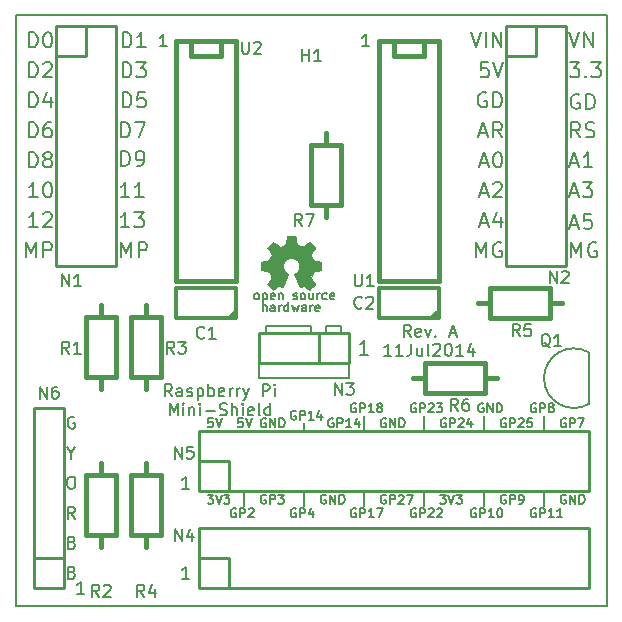
<source format=gto>
%FSLAX34Y34*%
G04 Gerber Fmt 3.4, Leading zero omitted, Abs format*
G04 (created by PCBNEW (2014-jan-25)-product) date Sun 13 Jul 2014 04:36:42 PM PDT*
%MOIN*%
G01*
G70*
G90*
G04 APERTURE LIST*
%ADD10C,0.003937*%
%ADD11C,0.008000*%
%ADD12C,0.006000*%
%ADD13C,0.010000*%
%ADD14C,0.005906*%
%ADD15C,0.015000*%
%ADD16C,0.012000*%
%ADD17C,0.000100*%
G04 APERTURE END LIST*
G54D10*
G54D11*
X37750Y-56500D02*
X37750Y-57000D01*
X39750Y-56500D02*
X39750Y-57000D01*
X41750Y-56500D02*
X41750Y-57000D01*
X43750Y-56500D02*
X43750Y-57000D01*
X45750Y-56500D02*
X45750Y-57000D01*
X47750Y-56500D02*
X47750Y-57000D01*
X47750Y-54500D02*
X47750Y-54000D01*
X45750Y-54500D02*
X45750Y-54000D01*
X43750Y-54500D02*
X43750Y-54000D01*
X41750Y-54500D02*
X41750Y-54000D01*
X39750Y-54500D02*
X39750Y-54250D01*
X32423Y-59930D02*
X32195Y-59930D01*
X32309Y-59930D02*
X32309Y-59530D01*
X32271Y-59588D01*
X32233Y-59626D01*
X32195Y-59645D01*
X43317Y-51366D02*
X43184Y-51176D01*
X43089Y-51366D02*
X43089Y-50966D01*
X43241Y-50966D01*
X43279Y-50985D01*
X43298Y-51004D01*
X43317Y-51043D01*
X43317Y-51100D01*
X43298Y-51138D01*
X43279Y-51157D01*
X43241Y-51176D01*
X43089Y-51176D01*
X43641Y-51347D02*
X43603Y-51366D01*
X43527Y-51366D01*
X43489Y-51347D01*
X43470Y-51309D01*
X43470Y-51157D01*
X43489Y-51119D01*
X43527Y-51100D01*
X43603Y-51100D01*
X43641Y-51119D01*
X43660Y-51157D01*
X43660Y-51195D01*
X43470Y-51233D01*
X43794Y-51100D02*
X43889Y-51366D01*
X43984Y-51100D01*
X44137Y-51328D02*
X44156Y-51347D01*
X44137Y-51366D01*
X44117Y-51347D01*
X44137Y-51328D01*
X44137Y-51366D01*
X44613Y-51252D02*
X44803Y-51252D01*
X44575Y-51366D02*
X44708Y-50966D01*
X44841Y-51366D01*
X42660Y-52006D02*
X42432Y-52006D01*
X42546Y-52006D02*
X42546Y-51606D01*
X42508Y-51664D01*
X42470Y-51702D01*
X42432Y-51721D01*
X43041Y-52006D02*
X42813Y-52006D01*
X42927Y-52006D02*
X42927Y-51606D01*
X42889Y-51664D01*
X42851Y-51702D01*
X42813Y-51721D01*
X43327Y-51606D02*
X43327Y-51892D01*
X43308Y-51949D01*
X43270Y-51987D01*
X43213Y-52006D01*
X43175Y-52006D01*
X43689Y-51740D02*
X43689Y-52006D01*
X43517Y-51740D02*
X43517Y-51949D01*
X43537Y-51987D01*
X43575Y-52006D01*
X43632Y-52006D01*
X43670Y-51987D01*
X43689Y-51968D01*
X43937Y-52006D02*
X43898Y-51987D01*
X43879Y-51949D01*
X43879Y-51606D01*
X44070Y-51644D02*
X44089Y-51625D01*
X44127Y-51606D01*
X44222Y-51606D01*
X44260Y-51625D01*
X44279Y-51644D01*
X44298Y-51683D01*
X44298Y-51721D01*
X44279Y-51778D01*
X44051Y-52006D01*
X44298Y-52006D01*
X44546Y-51606D02*
X44584Y-51606D01*
X44622Y-51625D01*
X44641Y-51644D01*
X44660Y-51683D01*
X44679Y-51759D01*
X44679Y-51854D01*
X44660Y-51930D01*
X44641Y-51968D01*
X44622Y-51987D01*
X44584Y-52006D01*
X44546Y-52006D01*
X44508Y-51987D01*
X44489Y-51968D01*
X44470Y-51930D01*
X44451Y-51854D01*
X44451Y-51759D01*
X44470Y-51683D01*
X44489Y-51644D01*
X44508Y-51625D01*
X44546Y-51606D01*
X45060Y-52006D02*
X44832Y-52006D01*
X44946Y-52006D02*
X44946Y-51606D01*
X44908Y-51664D01*
X44870Y-51702D01*
X44832Y-51721D01*
X45403Y-51740D02*
X45403Y-52006D01*
X45308Y-51587D02*
X45213Y-51873D01*
X45460Y-51873D01*
X32104Y-54050D02*
X32066Y-54030D01*
X32009Y-54030D01*
X31952Y-54050D01*
X31914Y-54088D01*
X31895Y-54126D01*
X31876Y-54202D01*
X31876Y-54259D01*
X31895Y-54335D01*
X31914Y-54373D01*
X31952Y-54411D01*
X32009Y-54430D01*
X32047Y-54430D01*
X32104Y-54411D01*
X32123Y-54392D01*
X32123Y-54259D01*
X32047Y-54259D01*
X32000Y-55240D02*
X32000Y-55430D01*
X31866Y-55030D02*
X32000Y-55240D01*
X32133Y-55030D01*
X31961Y-56030D02*
X32038Y-56030D01*
X32076Y-56050D01*
X32114Y-56088D01*
X32133Y-56164D01*
X32133Y-56297D01*
X32114Y-56373D01*
X32076Y-56411D01*
X32038Y-56430D01*
X31961Y-56430D01*
X31923Y-56411D01*
X31885Y-56373D01*
X31866Y-56297D01*
X31866Y-56164D01*
X31885Y-56088D01*
X31923Y-56050D01*
X31961Y-56030D01*
X32123Y-57430D02*
X31990Y-57240D01*
X31895Y-57430D02*
X31895Y-57030D01*
X32047Y-57030D01*
X32085Y-57050D01*
X32104Y-57069D01*
X32123Y-57107D01*
X32123Y-57164D01*
X32104Y-57202D01*
X32085Y-57221D01*
X32047Y-57240D01*
X31895Y-57240D01*
X32028Y-58221D02*
X32085Y-58240D01*
X32104Y-58259D01*
X32123Y-58297D01*
X32123Y-58354D01*
X32104Y-58392D01*
X32085Y-58411D01*
X32047Y-58430D01*
X31895Y-58430D01*
X31895Y-58030D01*
X32028Y-58030D01*
X32066Y-58050D01*
X32085Y-58069D01*
X32104Y-58107D01*
X32104Y-58145D01*
X32085Y-58183D01*
X32066Y-58202D01*
X32028Y-58221D01*
X31895Y-58221D01*
X32028Y-59221D02*
X32085Y-59240D01*
X32104Y-59259D01*
X32123Y-59297D01*
X32123Y-59354D01*
X32104Y-59392D01*
X32085Y-59411D01*
X32047Y-59430D01*
X31895Y-59430D01*
X31895Y-59030D01*
X32028Y-59030D01*
X32066Y-59050D01*
X32085Y-59069D01*
X32104Y-59107D01*
X32104Y-59145D01*
X32085Y-59183D01*
X32066Y-59202D01*
X32028Y-59221D01*
X31895Y-59221D01*
X35173Y-41680D02*
X34945Y-41680D01*
X35059Y-41680D02*
X35059Y-41280D01*
X35021Y-41338D01*
X34983Y-41376D01*
X34945Y-41395D01*
X41923Y-41680D02*
X41695Y-41680D01*
X41809Y-41680D02*
X41809Y-41280D01*
X41771Y-41338D01*
X41733Y-41376D01*
X41695Y-41395D01*
X41904Y-51976D02*
X41619Y-51976D01*
X41761Y-51976D02*
X41761Y-51476D01*
X41714Y-51547D01*
X41666Y-51595D01*
X41619Y-51619D01*
X35923Y-56430D02*
X35695Y-56430D01*
X35809Y-56430D02*
X35809Y-56030D01*
X35771Y-56088D01*
X35733Y-56126D01*
X35695Y-56145D01*
X35923Y-59430D02*
X35695Y-59430D01*
X35809Y-59430D02*
X35809Y-59030D01*
X35771Y-59088D01*
X35733Y-59126D01*
X35695Y-59145D01*
G54D12*
X47478Y-53600D02*
X47450Y-53585D01*
X47407Y-53585D01*
X47364Y-53600D01*
X47335Y-53628D01*
X47321Y-53657D01*
X47307Y-53714D01*
X47307Y-53757D01*
X47321Y-53814D01*
X47335Y-53842D01*
X47364Y-53871D01*
X47407Y-53885D01*
X47435Y-53885D01*
X47478Y-53871D01*
X47492Y-53857D01*
X47492Y-53757D01*
X47435Y-53757D01*
X47621Y-53885D02*
X47621Y-53585D01*
X47735Y-53585D01*
X47764Y-53600D01*
X47778Y-53614D01*
X47792Y-53642D01*
X47792Y-53685D01*
X47778Y-53714D01*
X47764Y-53728D01*
X47735Y-53742D01*
X47621Y-53742D01*
X47964Y-53714D02*
X47935Y-53700D01*
X47921Y-53685D01*
X47907Y-53657D01*
X47907Y-53642D01*
X47921Y-53614D01*
X47935Y-53600D01*
X47964Y-53585D01*
X48021Y-53585D01*
X48050Y-53600D01*
X48064Y-53614D01*
X48078Y-53642D01*
X48078Y-53657D01*
X48064Y-53685D01*
X48050Y-53700D01*
X48021Y-53714D01*
X47964Y-53714D01*
X47935Y-53728D01*
X47921Y-53742D01*
X47907Y-53771D01*
X47907Y-53828D01*
X47921Y-53857D01*
X47935Y-53871D01*
X47964Y-53885D01*
X48021Y-53885D01*
X48050Y-53871D01*
X48064Y-53857D01*
X48078Y-53828D01*
X48078Y-53771D01*
X48064Y-53742D01*
X48050Y-53728D01*
X48021Y-53714D01*
X41478Y-53600D02*
X41450Y-53585D01*
X41407Y-53585D01*
X41364Y-53600D01*
X41335Y-53628D01*
X41321Y-53657D01*
X41307Y-53714D01*
X41307Y-53757D01*
X41321Y-53814D01*
X41335Y-53842D01*
X41364Y-53871D01*
X41407Y-53885D01*
X41435Y-53885D01*
X41478Y-53871D01*
X41492Y-53857D01*
X41492Y-53757D01*
X41435Y-53757D01*
X41621Y-53885D02*
X41621Y-53585D01*
X41735Y-53585D01*
X41764Y-53600D01*
X41778Y-53614D01*
X41792Y-53642D01*
X41792Y-53685D01*
X41778Y-53714D01*
X41764Y-53728D01*
X41735Y-53742D01*
X41621Y-53742D01*
X42078Y-53885D02*
X41907Y-53885D01*
X41992Y-53885D02*
X41992Y-53585D01*
X41964Y-53628D01*
X41935Y-53657D01*
X41907Y-53671D01*
X42250Y-53714D02*
X42221Y-53700D01*
X42207Y-53685D01*
X42192Y-53657D01*
X42192Y-53642D01*
X42207Y-53614D01*
X42221Y-53600D01*
X42250Y-53585D01*
X42307Y-53585D01*
X42335Y-53600D01*
X42350Y-53614D01*
X42364Y-53642D01*
X42364Y-53657D01*
X42350Y-53685D01*
X42335Y-53700D01*
X42307Y-53714D01*
X42250Y-53714D01*
X42221Y-53728D01*
X42207Y-53742D01*
X42192Y-53771D01*
X42192Y-53828D01*
X42207Y-53857D01*
X42221Y-53871D01*
X42250Y-53885D01*
X42307Y-53885D01*
X42335Y-53871D01*
X42350Y-53857D01*
X42364Y-53828D01*
X42364Y-53771D01*
X42350Y-53742D01*
X42335Y-53728D01*
X42307Y-53714D01*
X40728Y-54100D02*
X40700Y-54085D01*
X40657Y-54085D01*
X40614Y-54100D01*
X40585Y-54128D01*
X40571Y-54157D01*
X40557Y-54214D01*
X40557Y-54257D01*
X40571Y-54314D01*
X40585Y-54342D01*
X40614Y-54371D01*
X40657Y-54385D01*
X40685Y-54385D01*
X40728Y-54371D01*
X40742Y-54357D01*
X40742Y-54257D01*
X40685Y-54257D01*
X40871Y-54385D02*
X40871Y-54085D01*
X40985Y-54085D01*
X41014Y-54100D01*
X41028Y-54114D01*
X41042Y-54142D01*
X41042Y-54185D01*
X41028Y-54214D01*
X41014Y-54228D01*
X40985Y-54242D01*
X40871Y-54242D01*
X41328Y-54385D02*
X41157Y-54385D01*
X41242Y-54385D02*
X41242Y-54085D01*
X41214Y-54128D01*
X41185Y-54157D01*
X41157Y-54171D01*
X41585Y-54185D02*
X41585Y-54385D01*
X41514Y-54071D02*
X41442Y-54285D01*
X41628Y-54285D01*
X39478Y-53850D02*
X39450Y-53835D01*
X39407Y-53835D01*
X39364Y-53850D01*
X39335Y-53878D01*
X39321Y-53907D01*
X39307Y-53964D01*
X39307Y-54007D01*
X39321Y-54064D01*
X39335Y-54092D01*
X39364Y-54121D01*
X39407Y-54135D01*
X39435Y-54135D01*
X39478Y-54121D01*
X39492Y-54107D01*
X39492Y-54007D01*
X39435Y-54007D01*
X39621Y-54135D02*
X39621Y-53835D01*
X39735Y-53835D01*
X39764Y-53850D01*
X39778Y-53864D01*
X39792Y-53892D01*
X39792Y-53935D01*
X39778Y-53964D01*
X39764Y-53978D01*
X39735Y-53992D01*
X39621Y-53992D01*
X40078Y-54135D02*
X39907Y-54135D01*
X39992Y-54135D02*
X39992Y-53835D01*
X39964Y-53878D01*
X39935Y-53907D01*
X39907Y-53921D01*
X40335Y-53935D02*
X40335Y-54135D01*
X40264Y-53821D02*
X40192Y-54035D01*
X40378Y-54035D01*
X47478Y-57100D02*
X47450Y-57085D01*
X47407Y-57085D01*
X47364Y-57100D01*
X47335Y-57128D01*
X47321Y-57157D01*
X47307Y-57214D01*
X47307Y-57257D01*
X47321Y-57314D01*
X47335Y-57342D01*
X47364Y-57371D01*
X47407Y-57385D01*
X47435Y-57385D01*
X47478Y-57371D01*
X47492Y-57357D01*
X47492Y-57257D01*
X47435Y-57257D01*
X47621Y-57385D02*
X47621Y-57085D01*
X47735Y-57085D01*
X47764Y-57100D01*
X47778Y-57114D01*
X47792Y-57142D01*
X47792Y-57185D01*
X47778Y-57214D01*
X47764Y-57228D01*
X47735Y-57242D01*
X47621Y-57242D01*
X48078Y-57385D02*
X47907Y-57385D01*
X47992Y-57385D02*
X47992Y-57085D01*
X47964Y-57128D01*
X47935Y-57157D01*
X47907Y-57171D01*
X48364Y-57385D02*
X48192Y-57385D01*
X48278Y-57385D02*
X48278Y-57085D01*
X48250Y-57128D01*
X48221Y-57157D01*
X48192Y-57171D01*
X45478Y-57100D02*
X45450Y-57085D01*
X45407Y-57085D01*
X45364Y-57100D01*
X45335Y-57128D01*
X45321Y-57157D01*
X45307Y-57214D01*
X45307Y-57257D01*
X45321Y-57314D01*
X45335Y-57342D01*
X45364Y-57371D01*
X45407Y-57385D01*
X45435Y-57385D01*
X45478Y-57371D01*
X45492Y-57357D01*
X45492Y-57257D01*
X45435Y-57257D01*
X45621Y-57385D02*
X45621Y-57085D01*
X45735Y-57085D01*
X45764Y-57100D01*
X45778Y-57114D01*
X45792Y-57142D01*
X45792Y-57185D01*
X45778Y-57214D01*
X45764Y-57228D01*
X45735Y-57242D01*
X45621Y-57242D01*
X46078Y-57385D02*
X45907Y-57385D01*
X45992Y-57385D02*
X45992Y-57085D01*
X45964Y-57128D01*
X45935Y-57157D01*
X45907Y-57171D01*
X46264Y-57085D02*
X46292Y-57085D01*
X46321Y-57100D01*
X46335Y-57114D01*
X46350Y-57142D01*
X46364Y-57200D01*
X46364Y-57271D01*
X46350Y-57328D01*
X46335Y-57357D01*
X46321Y-57371D01*
X46292Y-57385D01*
X46264Y-57385D01*
X46235Y-57371D01*
X46221Y-57357D01*
X46207Y-57328D01*
X46192Y-57271D01*
X46192Y-57200D01*
X46207Y-57142D01*
X46221Y-57114D01*
X46235Y-57100D01*
X46264Y-57085D01*
X48478Y-56650D02*
X48450Y-56635D01*
X48407Y-56635D01*
X48364Y-56650D01*
X48335Y-56678D01*
X48321Y-56707D01*
X48307Y-56764D01*
X48307Y-56807D01*
X48321Y-56864D01*
X48335Y-56892D01*
X48364Y-56921D01*
X48407Y-56935D01*
X48435Y-56935D01*
X48478Y-56921D01*
X48492Y-56907D01*
X48492Y-56807D01*
X48435Y-56807D01*
X48621Y-56935D02*
X48621Y-56635D01*
X48792Y-56935D01*
X48792Y-56635D01*
X48935Y-56935D02*
X48935Y-56635D01*
X49007Y-56635D01*
X49050Y-56650D01*
X49078Y-56678D01*
X49092Y-56707D01*
X49107Y-56764D01*
X49107Y-56807D01*
X49092Y-56864D01*
X49078Y-56892D01*
X49050Y-56921D01*
X49007Y-56935D01*
X48935Y-56935D01*
X46478Y-56650D02*
X46450Y-56635D01*
X46407Y-56635D01*
X46364Y-56650D01*
X46335Y-56678D01*
X46321Y-56707D01*
X46307Y-56764D01*
X46307Y-56807D01*
X46321Y-56864D01*
X46335Y-56892D01*
X46364Y-56921D01*
X46407Y-56935D01*
X46435Y-56935D01*
X46478Y-56921D01*
X46492Y-56907D01*
X46492Y-56807D01*
X46435Y-56807D01*
X46621Y-56935D02*
X46621Y-56635D01*
X46735Y-56635D01*
X46764Y-56650D01*
X46778Y-56664D01*
X46792Y-56692D01*
X46792Y-56735D01*
X46778Y-56764D01*
X46764Y-56778D01*
X46735Y-56792D01*
X46621Y-56792D01*
X46935Y-56935D02*
X46992Y-56935D01*
X47021Y-56921D01*
X47035Y-56907D01*
X47064Y-56864D01*
X47078Y-56807D01*
X47078Y-56692D01*
X47064Y-56664D01*
X47050Y-56650D01*
X47021Y-56635D01*
X46964Y-56635D01*
X46935Y-56650D01*
X46921Y-56664D01*
X46907Y-56692D01*
X46907Y-56764D01*
X46921Y-56792D01*
X46935Y-56807D01*
X46964Y-56821D01*
X47021Y-56821D01*
X47050Y-56807D01*
X47064Y-56792D01*
X47078Y-56764D01*
X43478Y-53600D02*
X43450Y-53585D01*
X43407Y-53585D01*
X43364Y-53600D01*
X43335Y-53628D01*
X43321Y-53657D01*
X43307Y-53714D01*
X43307Y-53757D01*
X43321Y-53814D01*
X43335Y-53842D01*
X43364Y-53871D01*
X43407Y-53885D01*
X43435Y-53885D01*
X43478Y-53871D01*
X43492Y-53857D01*
X43492Y-53757D01*
X43435Y-53757D01*
X43621Y-53885D02*
X43621Y-53585D01*
X43735Y-53585D01*
X43764Y-53600D01*
X43778Y-53614D01*
X43792Y-53642D01*
X43792Y-53685D01*
X43778Y-53714D01*
X43764Y-53728D01*
X43735Y-53742D01*
X43621Y-53742D01*
X43907Y-53614D02*
X43921Y-53600D01*
X43950Y-53585D01*
X44021Y-53585D01*
X44050Y-53600D01*
X44064Y-53614D01*
X44078Y-53642D01*
X44078Y-53671D01*
X44064Y-53714D01*
X43892Y-53885D01*
X44078Y-53885D01*
X44178Y-53585D02*
X44364Y-53585D01*
X44264Y-53700D01*
X44307Y-53700D01*
X44335Y-53714D01*
X44350Y-53728D01*
X44364Y-53757D01*
X44364Y-53828D01*
X44350Y-53857D01*
X44335Y-53871D01*
X44307Y-53885D01*
X44221Y-53885D01*
X44192Y-53871D01*
X44178Y-53857D01*
X44478Y-54100D02*
X44450Y-54085D01*
X44407Y-54085D01*
X44364Y-54100D01*
X44335Y-54128D01*
X44321Y-54157D01*
X44307Y-54214D01*
X44307Y-54257D01*
X44321Y-54314D01*
X44335Y-54342D01*
X44364Y-54371D01*
X44407Y-54385D01*
X44435Y-54385D01*
X44478Y-54371D01*
X44492Y-54357D01*
X44492Y-54257D01*
X44435Y-54257D01*
X44621Y-54385D02*
X44621Y-54085D01*
X44735Y-54085D01*
X44764Y-54100D01*
X44778Y-54114D01*
X44792Y-54142D01*
X44792Y-54185D01*
X44778Y-54214D01*
X44764Y-54228D01*
X44735Y-54242D01*
X44621Y-54242D01*
X44907Y-54114D02*
X44921Y-54100D01*
X44950Y-54085D01*
X45021Y-54085D01*
X45050Y-54100D01*
X45064Y-54114D01*
X45078Y-54142D01*
X45078Y-54171D01*
X45064Y-54214D01*
X44892Y-54385D01*
X45078Y-54385D01*
X45335Y-54185D02*
X45335Y-54385D01*
X45264Y-54071D02*
X45192Y-54285D01*
X45378Y-54285D01*
X46478Y-54100D02*
X46450Y-54085D01*
X46407Y-54085D01*
X46364Y-54100D01*
X46335Y-54128D01*
X46321Y-54157D01*
X46307Y-54214D01*
X46307Y-54257D01*
X46321Y-54314D01*
X46335Y-54342D01*
X46364Y-54371D01*
X46407Y-54385D01*
X46435Y-54385D01*
X46478Y-54371D01*
X46492Y-54357D01*
X46492Y-54257D01*
X46435Y-54257D01*
X46621Y-54385D02*
X46621Y-54085D01*
X46735Y-54085D01*
X46764Y-54100D01*
X46778Y-54114D01*
X46792Y-54142D01*
X46792Y-54185D01*
X46778Y-54214D01*
X46764Y-54228D01*
X46735Y-54242D01*
X46621Y-54242D01*
X46907Y-54114D02*
X46921Y-54100D01*
X46950Y-54085D01*
X47021Y-54085D01*
X47050Y-54100D01*
X47064Y-54114D01*
X47078Y-54142D01*
X47078Y-54171D01*
X47064Y-54214D01*
X46892Y-54385D01*
X47078Y-54385D01*
X47350Y-54085D02*
X47207Y-54085D01*
X47192Y-54228D01*
X47207Y-54214D01*
X47235Y-54200D01*
X47307Y-54200D01*
X47335Y-54214D01*
X47350Y-54228D01*
X47364Y-54257D01*
X47364Y-54328D01*
X47350Y-54357D01*
X47335Y-54371D01*
X47307Y-54385D01*
X47235Y-54385D01*
X47207Y-54371D01*
X47192Y-54357D01*
X48478Y-54100D02*
X48450Y-54085D01*
X48407Y-54085D01*
X48364Y-54100D01*
X48335Y-54128D01*
X48321Y-54157D01*
X48307Y-54214D01*
X48307Y-54257D01*
X48321Y-54314D01*
X48335Y-54342D01*
X48364Y-54371D01*
X48407Y-54385D01*
X48435Y-54385D01*
X48478Y-54371D01*
X48492Y-54357D01*
X48492Y-54257D01*
X48435Y-54257D01*
X48621Y-54385D02*
X48621Y-54085D01*
X48735Y-54085D01*
X48764Y-54100D01*
X48778Y-54114D01*
X48792Y-54142D01*
X48792Y-54185D01*
X48778Y-54214D01*
X48764Y-54228D01*
X48735Y-54242D01*
X48621Y-54242D01*
X48892Y-54085D02*
X49092Y-54085D01*
X48964Y-54385D01*
X44292Y-56635D02*
X44478Y-56635D01*
X44378Y-56750D01*
X44421Y-56750D01*
X44450Y-56764D01*
X44464Y-56778D01*
X44478Y-56807D01*
X44478Y-56878D01*
X44464Y-56907D01*
X44450Y-56921D01*
X44421Y-56935D01*
X44335Y-56935D01*
X44307Y-56921D01*
X44292Y-56907D01*
X44564Y-56635D02*
X44664Y-56935D01*
X44764Y-56635D01*
X44835Y-56635D02*
X45021Y-56635D01*
X44921Y-56750D01*
X44964Y-56750D01*
X44992Y-56764D01*
X45007Y-56778D01*
X45021Y-56807D01*
X45021Y-56878D01*
X45007Y-56907D01*
X44992Y-56921D01*
X44964Y-56935D01*
X44878Y-56935D01*
X44850Y-56921D01*
X44835Y-56907D01*
X43478Y-57100D02*
X43450Y-57085D01*
X43407Y-57085D01*
X43364Y-57100D01*
X43335Y-57128D01*
X43321Y-57157D01*
X43307Y-57214D01*
X43307Y-57257D01*
X43321Y-57314D01*
X43335Y-57342D01*
X43364Y-57371D01*
X43407Y-57385D01*
X43435Y-57385D01*
X43478Y-57371D01*
X43492Y-57357D01*
X43492Y-57257D01*
X43435Y-57257D01*
X43621Y-57385D02*
X43621Y-57085D01*
X43735Y-57085D01*
X43764Y-57100D01*
X43778Y-57114D01*
X43792Y-57142D01*
X43792Y-57185D01*
X43778Y-57214D01*
X43764Y-57228D01*
X43735Y-57242D01*
X43621Y-57242D01*
X43907Y-57114D02*
X43921Y-57100D01*
X43950Y-57085D01*
X44021Y-57085D01*
X44050Y-57100D01*
X44064Y-57114D01*
X44078Y-57142D01*
X44078Y-57171D01*
X44064Y-57214D01*
X43892Y-57385D01*
X44078Y-57385D01*
X44192Y-57114D02*
X44207Y-57100D01*
X44235Y-57085D01*
X44307Y-57085D01*
X44335Y-57100D01*
X44350Y-57114D01*
X44364Y-57142D01*
X44364Y-57171D01*
X44350Y-57214D01*
X44178Y-57385D01*
X44364Y-57385D01*
X42478Y-56650D02*
X42450Y-56635D01*
X42407Y-56635D01*
X42364Y-56650D01*
X42335Y-56678D01*
X42321Y-56707D01*
X42307Y-56764D01*
X42307Y-56807D01*
X42321Y-56864D01*
X42335Y-56892D01*
X42364Y-56921D01*
X42407Y-56935D01*
X42435Y-56935D01*
X42478Y-56921D01*
X42492Y-56907D01*
X42492Y-56807D01*
X42435Y-56807D01*
X42621Y-56935D02*
X42621Y-56635D01*
X42735Y-56635D01*
X42764Y-56650D01*
X42778Y-56664D01*
X42792Y-56692D01*
X42792Y-56735D01*
X42778Y-56764D01*
X42764Y-56778D01*
X42735Y-56792D01*
X42621Y-56792D01*
X42907Y-56664D02*
X42921Y-56650D01*
X42950Y-56635D01*
X43021Y-56635D01*
X43050Y-56650D01*
X43064Y-56664D01*
X43078Y-56692D01*
X43078Y-56721D01*
X43064Y-56764D01*
X42892Y-56935D01*
X43078Y-56935D01*
X43178Y-56635D02*
X43378Y-56635D01*
X43250Y-56935D01*
X41478Y-57100D02*
X41450Y-57085D01*
X41407Y-57085D01*
X41364Y-57100D01*
X41335Y-57128D01*
X41321Y-57157D01*
X41307Y-57214D01*
X41307Y-57257D01*
X41321Y-57314D01*
X41335Y-57342D01*
X41364Y-57371D01*
X41407Y-57385D01*
X41435Y-57385D01*
X41478Y-57371D01*
X41492Y-57357D01*
X41492Y-57257D01*
X41435Y-57257D01*
X41621Y-57385D02*
X41621Y-57085D01*
X41735Y-57085D01*
X41764Y-57100D01*
X41778Y-57114D01*
X41792Y-57142D01*
X41792Y-57185D01*
X41778Y-57214D01*
X41764Y-57228D01*
X41735Y-57242D01*
X41621Y-57242D01*
X42078Y-57385D02*
X41907Y-57385D01*
X41992Y-57385D02*
X41992Y-57085D01*
X41964Y-57128D01*
X41935Y-57157D01*
X41907Y-57171D01*
X42178Y-57085D02*
X42378Y-57085D01*
X42250Y-57385D01*
X39478Y-57100D02*
X39450Y-57085D01*
X39407Y-57085D01*
X39364Y-57100D01*
X39335Y-57128D01*
X39321Y-57157D01*
X39307Y-57214D01*
X39307Y-57257D01*
X39321Y-57314D01*
X39335Y-57342D01*
X39364Y-57371D01*
X39407Y-57385D01*
X39435Y-57385D01*
X39478Y-57371D01*
X39492Y-57357D01*
X39492Y-57257D01*
X39435Y-57257D01*
X39621Y-57385D02*
X39621Y-57085D01*
X39735Y-57085D01*
X39764Y-57100D01*
X39778Y-57114D01*
X39792Y-57142D01*
X39792Y-57185D01*
X39778Y-57214D01*
X39764Y-57228D01*
X39735Y-57242D01*
X39621Y-57242D01*
X40050Y-57185D02*
X40050Y-57385D01*
X39978Y-57071D02*
X39907Y-57285D01*
X40092Y-57285D01*
X38478Y-56650D02*
X38450Y-56635D01*
X38407Y-56635D01*
X38364Y-56650D01*
X38335Y-56678D01*
X38321Y-56707D01*
X38307Y-56764D01*
X38307Y-56807D01*
X38321Y-56864D01*
X38335Y-56892D01*
X38364Y-56921D01*
X38407Y-56935D01*
X38435Y-56935D01*
X38478Y-56921D01*
X38492Y-56907D01*
X38492Y-56807D01*
X38435Y-56807D01*
X38621Y-56935D02*
X38621Y-56635D01*
X38735Y-56635D01*
X38764Y-56650D01*
X38778Y-56664D01*
X38792Y-56692D01*
X38792Y-56735D01*
X38778Y-56764D01*
X38764Y-56778D01*
X38735Y-56792D01*
X38621Y-56792D01*
X38892Y-56635D02*
X39078Y-56635D01*
X38978Y-56750D01*
X39021Y-56750D01*
X39050Y-56764D01*
X39064Y-56778D01*
X39078Y-56807D01*
X39078Y-56878D01*
X39064Y-56907D01*
X39050Y-56921D01*
X39021Y-56935D01*
X38935Y-56935D01*
X38907Y-56921D01*
X38892Y-56907D01*
X37478Y-57100D02*
X37450Y-57085D01*
X37407Y-57085D01*
X37364Y-57100D01*
X37335Y-57128D01*
X37321Y-57157D01*
X37307Y-57214D01*
X37307Y-57257D01*
X37321Y-57314D01*
X37335Y-57342D01*
X37364Y-57371D01*
X37407Y-57385D01*
X37435Y-57385D01*
X37478Y-57371D01*
X37492Y-57357D01*
X37492Y-57257D01*
X37435Y-57257D01*
X37621Y-57385D02*
X37621Y-57085D01*
X37735Y-57085D01*
X37764Y-57100D01*
X37778Y-57114D01*
X37792Y-57142D01*
X37792Y-57185D01*
X37778Y-57214D01*
X37764Y-57228D01*
X37735Y-57242D01*
X37621Y-57242D01*
X37907Y-57114D02*
X37921Y-57100D01*
X37950Y-57085D01*
X38021Y-57085D01*
X38050Y-57100D01*
X38064Y-57114D01*
X38078Y-57142D01*
X38078Y-57171D01*
X38064Y-57214D01*
X37892Y-57385D01*
X38078Y-57385D01*
X36542Y-56635D02*
X36728Y-56635D01*
X36628Y-56750D01*
X36671Y-56750D01*
X36700Y-56764D01*
X36714Y-56778D01*
X36728Y-56807D01*
X36728Y-56878D01*
X36714Y-56907D01*
X36700Y-56921D01*
X36671Y-56935D01*
X36585Y-56935D01*
X36557Y-56921D01*
X36542Y-56907D01*
X36814Y-56635D02*
X36914Y-56935D01*
X37014Y-56635D01*
X37085Y-56635D02*
X37271Y-56635D01*
X37171Y-56750D01*
X37214Y-56750D01*
X37242Y-56764D01*
X37257Y-56778D01*
X37271Y-56807D01*
X37271Y-56878D01*
X37257Y-56907D01*
X37242Y-56921D01*
X37214Y-56935D01*
X37128Y-56935D01*
X37100Y-56921D01*
X37085Y-56907D01*
X40478Y-56650D02*
X40450Y-56635D01*
X40407Y-56635D01*
X40364Y-56650D01*
X40335Y-56678D01*
X40321Y-56707D01*
X40307Y-56764D01*
X40307Y-56807D01*
X40321Y-56864D01*
X40335Y-56892D01*
X40364Y-56921D01*
X40407Y-56935D01*
X40435Y-56935D01*
X40478Y-56921D01*
X40492Y-56907D01*
X40492Y-56807D01*
X40435Y-56807D01*
X40621Y-56935D02*
X40621Y-56635D01*
X40792Y-56935D01*
X40792Y-56635D01*
X40935Y-56935D02*
X40935Y-56635D01*
X41007Y-56635D01*
X41050Y-56650D01*
X41078Y-56678D01*
X41092Y-56707D01*
X41107Y-56764D01*
X41107Y-56807D01*
X41092Y-56864D01*
X41078Y-56892D01*
X41050Y-56921D01*
X41007Y-56935D01*
X40935Y-56935D01*
X45728Y-53600D02*
X45700Y-53585D01*
X45657Y-53585D01*
X45614Y-53600D01*
X45585Y-53628D01*
X45571Y-53657D01*
X45557Y-53714D01*
X45557Y-53757D01*
X45571Y-53814D01*
X45585Y-53842D01*
X45614Y-53871D01*
X45657Y-53885D01*
X45685Y-53885D01*
X45728Y-53871D01*
X45742Y-53857D01*
X45742Y-53757D01*
X45685Y-53757D01*
X45871Y-53885D02*
X45871Y-53585D01*
X46042Y-53885D01*
X46042Y-53585D01*
X46185Y-53885D02*
X46185Y-53585D01*
X46257Y-53585D01*
X46300Y-53600D01*
X46328Y-53628D01*
X46342Y-53657D01*
X46357Y-53714D01*
X46357Y-53757D01*
X46342Y-53814D01*
X46328Y-53842D01*
X46300Y-53871D01*
X46257Y-53885D01*
X46185Y-53885D01*
X42478Y-54100D02*
X42450Y-54085D01*
X42407Y-54085D01*
X42364Y-54100D01*
X42335Y-54128D01*
X42321Y-54157D01*
X42307Y-54214D01*
X42307Y-54257D01*
X42321Y-54314D01*
X42335Y-54342D01*
X42364Y-54371D01*
X42407Y-54385D01*
X42435Y-54385D01*
X42478Y-54371D01*
X42492Y-54357D01*
X42492Y-54257D01*
X42435Y-54257D01*
X42621Y-54385D02*
X42621Y-54085D01*
X42792Y-54385D01*
X42792Y-54085D01*
X42935Y-54385D02*
X42935Y-54085D01*
X43007Y-54085D01*
X43050Y-54100D01*
X43078Y-54128D01*
X43092Y-54157D01*
X43107Y-54214D01*
X43107Y-54257D01*
X43092Y-54314D01*
X43078Y-54342D01*
X43050Y-54371D01*
X43007Y-54385D01*
X42935Y-54385D01*
X38478Y-54100D02*
X38450Y-54085D01*
X38407Y-54085D01*
X38364Y-54100D01*
X38335Y-54128D01*
X38321Y-54157D01*
X38307Y-54214D01*
X38307Y-54257D01*
X38321Y-54314D01*
X38335Y-54342D01*
X38364Y-54371D01*
X38407Y-54385D01*
X38435Y-54385D01*
X38478Y-54371D01*
X38492Y-54357D01*
X38492Y-54257D01*
X38435Y-54257D01*
X38621Y-54385D02*
X38621Y-54085D01*
X38792Y-54385D01*
X38792Y-54085D01*
X38935Y-54385D02*
X38935Y-54085D01*
X39007Y-54085D01*
X39050Y-54100D01*
X39078Y-54128D01*
X39092Y-54157D01*
X39107Y-54214D01*
X39107Y-54257D01*
X39092Y-54314D01*
X39078Y-54342D01*
X39050Y-54371D01*
X39007Y-54385D01*
X38935Y-54385D01*
X37714Y-54085D02*
X37571Y-54085D01*
X37557Y-54228D01*
X37571Y-54214D01*
X37600Y-54200D01*
X37671Y-54200D01*
X37700Y-54214D01*
X37714Y-54228D01*
X37728Y-54257D01*
X37728Y-54328D01*
X37714Y-54357D01*
X37700Y-54371D01*
X37671Y-54385D01*
X37600Y-54385D01*
X37571Y-54371D01*
X37557Y-54357D01*
X37814Y-54085D02*
X37914Y-54385D01*
X38014Y-54085D01*
X36714Y-54085D02*
X36571Y-54085D01*
X36557Y-54228D01*
X36571Y-54214D01*
X36600Y-54200D01*
X36671Y-54200D01*
X36700Y-54214D01*
X36714Y-54228D01*
X36728Y-54257D01*
X36728Y-54328D01*
X36714Y-54357D01*
X36700Y-54371D01*
X36671Y-54385D01*
X36600Y-54385D01*
X36571Y-54371D01*
X36557Y-54357D01*
X36814Y-54085D02*
X36914Y-54385D01*
X37014Y-54085D01*
X38381Y-50525D02*
X38381Y-50225D01*
X38510Y-50525D02*
X38510Y-50368D01*
X38495Y-50340D01*
X38467Y-50325D01*
X38424Y-50325D01*
X38395Y-50340D01*
X38381Y-50354D01*
X38781Y-50525D02*
X38781Y-50368D01*
X38767Y-50340D01*
X38738Y-50325D01*
X38681Y-50325D01*
X38652Y-50340D01*
X38781Y-50511D02*
X38752Y-50525D01*
X38681Y-50525D01*
X38652Y-50511D01*
X38638Y-50482D01*
X38638Y-50454D01*
X38652Y-50425D01*
X38681Y-50411D01*
X38752Y-50411D01*
X38781Y-50397D01*
X38924Y-50525D02*
X38924Y-50325D01*
X38924Y-50382D02*
X38938Y-50354D01*
X38952Y-50340D01*
X38981Y-50325D01*
X39010Y-50325D01*
X39238Y-50525D02*
X39238Y-50225D01*
X39238Y-50511D02*
X39210Y-50525D01*
X39152Y-50525D01*
X39124Y-50511D01*
X39110Y-50497D01*
X39095Y-50468D01*
X39095Y-50382D01*
X39110Y-50354D01*
X39124Y-50340D01*
X39152Y-50325D01*
X39210Y-50325D01*
X39238Y-50340D01*
X39352Y-50325D02*
X39410Y-50525D01*
X39467Y-50382D01*
X39524Y-50525D01*
X39581Y-50325D01*
X39824Y-50525D02*
X39824Y-50368D01*
X39810Y-50340D01*
X39781Y-50325D01*
X39724Y-50325D01*
X39695Y-50340D01*
X39824Y-50511D02*
X39795Y-50525D01*
X39724Y-50525D01*
X39695Y-50511D01*
X39681Y-50482D01*
X39681Y-50454D01*
X39695Y-50425D01*
X39724Y-50411D01*
X39795Y-50411D01*
X39824Y-50397D01*
X39967Y-50525D02*
X39967Y-50325D01*
X39967Y-50382D02*
X39981Y-50354D01*
X39995Y-50340D01*
X40024Y-50325D01*
X40052Y-50325D01*
X40267Y-50511D02*
X40238Y-50525D01*
X40181Y-50525D01*
X40152Y-50511D01*
X40138Y-50482D01*
X40138Y-50368D01*
X40152Y-50340D01*
X40181Y-50325D01*
X40238Y-50325D01*
X40267Y-50340D01*
X40281Y-50368D01*
X40281Y-50397D01*
X40138Y-50425D01*
X38154Y-50125D02*
X38125Y-50111D01*
X38111Y-50097D01*
X38097Y-50068D01*
X38097Y-49982D01*
X38111Y-49954D01*
X38125Y-49940D01*
X38154Y-49925D01*
X38197Y-49925D01*
X38225Y-49940D01*
X38240Y-49954D01*
X38254Y-49982D01*
X38254Y-50068D01*
X38240Y-50097D01*
X38225Y-50111D01*
X38197Y-50125D01*
X38154Y-50125D01*
X38382Y-49925D02*
X38382Y-50225D01*
X38382Y-49940D02*
X38411Y-49925D01*
X38468Y-49925D01*
X38497Y-49940D01*
X38511Y-49954D01*
X38525Y-49982D01*
X38525Y-50068D01*
X38511Y-50097D01*
X38497Y-50111D01*
X38468Y-50125D01*
X38411Y-50125D01*
X38382Y-50111D01*
X38768Y-50111D02*
X38740Y-50125D01*
X38682Y-50125D01*
X38654Y-50111D01*
X38640Y-50082D01*
X38640Y-49968D01*
X38654Y-49940D01*
X38682Y-49925D01*
X38740Y-49925D01*
X38768Y-49940D01*
X38782Y-49968D01*
X38782Y-49997D01*
X38640Y-50025D01*
X38911Y-49925D02*
X38911Y-50125D01*
X38911Y-49954D02*
X38925Y-49940D01*
X38954Y-49925D01*
X38997Y-49925D01*
X39025Y-49940D01*
X39040Y-49968D01*
X39040Y-50125D01*
X39397Y-50111D02*
X39425Y-50125D01*
X39482Y-50125D01*
X39511Y-50111D01*
X39525Y-50082D01*
X39525Y-50068D01*
X39511Y-50040D01*
X39482Y-50025D01*
X39440Y-50025D01*
X39411Y-50011D01*
X39397Y-49982D01*
X39397Y-49968D01*
X39411Y-49940D01*
X39440Y-49925D01*
X39482Y-49925D01*
X39511Y-49940D01*
X39697Y-50125D02*
X39668Y-50111D01*
X39654Y-50097D01*
X39640Y-50068D01*
X39640Y-49982D01*
X39654Y-49954D01*
X39668Y-49940D01*
X39697Y-49925D01*
X39740Y-49925D01*
X39768Y-49940D01*
X39782Y-49954D01*
X39797Y-49982D01*
X39797Y-50068D01*
X39782Y-50097D01*
X39768Y-50111D01*
X39740Y-50125D01*
X39697Y-50125D01*
X40054Y-49925D02*
X40054Y-50125D01*
X39925Y-49925D02*
X39925Y-50082D01*
X39940Y-50111D01*
X39968Y-50125D01*
X40011Y-50125D01*
X40040Y-50111D01*
X40054Y-50097D01*
X40197Y-50125D02*
X40197Y-49925D01*
X40197Y-49982D02*
X40211Y-49954D01*
X40225Y-49940D01*
X40254Y-49925D01*
X40282Y-49925D01*
X40511Y-50111D02*
X40482Y-50125D01*
X40425Y-50125D01*
X40397Y-50111D01*
X40382Y-50097D01*
X40368Y-50068D01*
X40368Y-49982D01*
X40382Y-49954D01*
X40397Y-49940D01*
X40425Y-49925D01*
X40482Y-49925D01*
X40511Y-49940D01*
X40754Y-50111D02*
X40725Y-50125D01*
X40668Y-50125D01*
X40640Y-50111D01*
X40625Y-50082D01*
X40625Y-49968D01*
X40640Y-49940D01*
X40668Y-49925D01*
X40725Y-49925D01*
X40754Y-49940D01*
X40768Y-49968D01*
X40768Y-49997D01*
X40625Y-50025D01*
G54D11*
X35350Y-53350D02*
X35216Y-53160D01*
X35121Y-53350D02*
X35121Y-52950D01*
X35273Y-52950D01*
X35311Y-52970D01*
X35330Y-52989D01*
X35350Y-53027D01*
X35350Y-53084D01*
X35330Y-53122D01*
X35311Y-53141D01*
X35273Y-53160D01*
X35121Y-53160D01*
X35692Y-53350D02*
X35692Y-53141D01*
X35673Y-53103D01*
X35635Y-53084D01*
X35559Y-53084D01*
X35521Y-53103D01*
X35692Y-53331D02*
X35654Y-53350D01*
X35559Y-53350D01*
X35521Y-53331D01*
X35502Y-53293D01*
X35502Y-53255D01*
X35521Y-53217D01*
X35559Y-53198D01*
X35654Y-53198D01*
X35692Y-53179D01*
X35864Y-53331D02*
X35902Y-53350D01*
X35978Y-53350D01*
X36016Y-53331D01*
X36035Y-53293D01*
X36035Y-53274D01*
X36016Y-53236D01*
X35978Y-53217D01*
X35921Y-53217D01*
X35883Y-53198D01*
X35864Y-53160D01*
X35864Y-53141D01*
X35883Y-53103D01*
X35921Y-53084D01*
X35978Y-53084D01*
X36016Y-53103D01*
X36207Y-53084D02*
X36207Y-53484D01*
X36207Y-53103D02*
X36245Y-53084D01*
X36321Y-53084D01*
X36359Y-53103D01*
X36378Y-53122D01*
X36397Y-53160D01*
X36397Y-53274D01*
X36378Y-53312D01*
X36359Y-53331D01*
X36321Y-53350D01*
X36245Y-53350D01*
X36207Y-53331D01*
X36569Y-53350D02*
X36569Y-52950D01*
X36569Y-53103D02*
X36607Y-53084D01*
X36683Y-53084D01*
X36721Y-53103D01*
X36740Y-53122D01*
X36759Y-53160D01*
X36759Y-53274D01*
X36740Y-53312D01*
X36721Y-53331D01*
X36683Y-53350D01*
X36607Y-53350D01*
X36569Y-53331D01*
X37083Y-53331D02*
X37045Y-53350D01*
X36969Y-53350D01*
X36930Y-53331D01*
X36911Y-53293D01*
X36911Y-53141D01*
X36930Y-53103D01*
X36969Y-53084D01*
X37045Y-53084D01*
X37083Y-53103D01*
X37102Y-53141D01*
X37102Y-53179D01*
X36911Y-53217D01*
X37273Y-53350D02*
X37273Y-53084D01*
X37273Y-53160D02*
X37292Y-53122D01*
X37311Y-53103D01*
X37350Y-53084D01*
X37388Y-53084D01*
X37521Y-53350D02*
X37521Y-53084D01*
X37521Y-53160D02*
X37540Y-53122D01*
X37559Y-53103D01*
X37597Y-53084D01*
X37635Y-53084D01*
X37730Y-53084D02*
X37826Y-53350D01*
X37921Y-53084D02*
X37826Y-53350D01*
X37788Y-53446D01*
X37769Y-53465D01*
X37730Y-53484D01*
X38378Y-53350D02*
X38378Y-52950D01*
X38530Y-52950D01*
X38569Y-52970D01*
X38588Y-52989D01*
X38607Y-53027D01*
X38607Y-53084D01*
X38588Y-53122D01*
X38569Y-53141D01*
X38530Y-53160D01*
X38378Y-53160D01*
X38778Y-53350D02*
X38778Y-53084D01*
X38778Y-52950D02*
X38759Y-52970D01*
X38778Y-52989D01*
X38797Y-52970D01*
X38778Y-52950D01*
X38778Y-52989D01*
X35273Y-53990D02*
X35273Y-53590D01*
X35407Y-53876D01*
X35540Y-53590D01*
X35540Y-53990D01*
X35730Y-53990D02*
X35730Y-53724D01*
X35730Y-53590D02*
X35711Y-53610D01*
X35730Y-53629D01*
X35750Y-53610D01*
X35730Y-53590D01*
X35730Y-53629D01*
X35921Y-53724D02*
X35921Y-53990D01*
X35921Y-53762D02*
X35940Y-53743D01*
X35978Y-53724D01*
X36035Y-53724D01*
X36073Y-53743D01*
X36092Y-53781D01*
X36092Y-53990D01*
X36283Y-53990D02*
X36283Y-53724D01*
X36283Y-53590D02*
X36264Y-53610D01*
X36283Y-53629D01*
X36302Y-53610D01*
X36283Y-53590D01*
X36283Y-53629D01*
X36473Y-53838D02*
X36778Y-53838D01*
X36950Y-53971D02*
X37007Y-53990D01*
X37102Y-53990D01*
X37140Y-53971D01*
X37159Y-53952D01*
X37178Y-53914D01*
X37178Y-53876D01*
X37159Y-53838D01*
X37140Y-53819D01*
X37102Y-53800D01*
X37026Y-53781D01*
X36988Y-53762D01*
X36969Y-53743D01*
X36950Y-53705D01*
X36950Y-53667D01*
X36969Y-53629D01*
X36988Y-53610D01*
X37026Y-53590D01*
X37121Y-53590D01*
X37178Y-53610D01*
X37350Y-53990D02*
X37350Y-53590D01*
X37521Y-53990D02*
X37521Y-53781D01*
X37502Y-53743D01*
X37464Y-53724D01*
X37407Y-53724D01*
X37369Y-53743D01*
X37350Y-53762D01*
X37711Y-53990D02*
X37711Y-53724D01*
X37711Y-53590D02*
X37692Y-53610D01*
X37711Y-53629D01*
X37730Y-53610D01*
X37711Y-53590D01*
X37711Y-53629D01*
X38054Y-53971D02*
X38016Y-53990D01*
X37940Y-53990D01*
X37902Y-53971D01*
X37883Y-53933D01*
X37883Y-53781D01*
X37902Y-53743D01*
X37940Y-53724D01*
X38016Y-53724D01*
X38054Y-53743D01*
X38073Y-53781D01*
X38073Y-53819D01*
X37883Y-53857D01*
X38302Y-53990D02*
X38264Y-53971D01*
X38245Y-53933D01*
X38245Y-53590D01*
X38626Y-53990D02*
X38626Y-53590D01*
X38626Y-53971D02*
X38588Y-53990D01*
X38511Y-53990D01*
X38473Y-53971D01*
X38454Y-53952D01*
X38435Y-53914D01*
X38435Y-53800D01*
X38454Y-53762D01*
X38473Y-53743D01*
X38511Y-53724D01*
X38588Y-53724D01*
X38626Y-53743D01*
X48645Y-47633D02*
X48883Y-47633D01*
X48597Y-47776D02*
X48764Y-47276D01*
X48930Y-47776D01*
X49335Y-47276D02*
X49097Y-47276D01*
X49073Y-47514D01*
X49097Y-47490D01*
X49145Y-47466D01*
X49264Y-47466D01*
X49311Y-47490D01*
X49335Y-47514D01*
X49359Y-47561D01*
X49359Y-47680D01*
X49335Y-47728D01*
X49311Y-47752D01*
X49264Y-47776D01*
X49145Y-47776D01*
X49097Y-47752D01*
X49073Y-47728D01*
X48645Y-46583D02*
X48883Y-46583D01*
X48597Y-46726D02*
X48764Y-46226D01*
X48930Y-46726D01*
X49050Y-46226D02*
X49359Y-46226D01*
X49192Y-46416D01*
X49264Y-46416D01*
X49311Y-46440D01*
X49335Y-46464D01*
X49359Y-46511D01*
X49359Y-46630D01*
X49335Y-46678D01*
X49311Y-46702D01*
X49264Y-46726D01*
X49121Y-46726D01*
X49073Y-46702D01*
X49050Y-46678D01*
X48645Y-45583D02*
X48883Y-45583D01*
X48597Y-45726D02*
X48764Y-45226D01*
X48930Y-45726D01*
X49359Y-45726D02*
X49073Y-45726D01*
X49216Y-45726D02*
X49216Y-45226D01*
X49169Y-45297D01*
X49121Y-45345D01*
X49073Y-45369D01*
X48954Y-44726D02*
X48788Y-44488D01*
X48669Y-44726D02*
X48669Y-44226D01*
X48859Y-44226D01*
X48907Y-44250D01*
X48930Y-44273D01*
X48954Y-44321D01*
X48954Y-44392D01*
X48930Y-44440D01*
X48907Y-44464D01*
X48859Y-44488D01*
X48669Y-44488D01*
X49145Y-44702D02*
X49216Y-44726D01*
X49335Y-44726D01*
X49383Y-44702D01*
X49407Y-44678D01*
X49430Y-44630D01*
X49430Y-44583D01*
X49407Y-44535D01*
X49383Y-44511D01*
X49335Y-44488D01*
X49240Y-44464D01*
X49192Y-44440D01*
X49169Y-44416D01*
X49145Y-44369D01*
X49145Y-44321D01*
X49169Y-44273D01*
X49192Y-44250D01*
X49240Y-44226D01*
X49359Y-44226D01*
X49430Y-44250D01*
X48930Y-43300D02*
X48883Y-43276D01*
X48811Y-43276D01*
X48740Y-43300D01*
X48692Y-43347D01*
X48669Y-43395D01*
X48645Y-43490D01*
X48645Y-43561D01*
X48669Y-43657D01*
X48692Y-43704D01*
X48740Y-43752D01*
X48811Y-43776D01*
X48859Y-43776D01*
X48930Y-43752D01*
X48954Y-43728D01*
X48954Y-43561D01*
X48859Y-43561D01*
X49169Y-43776D02*
X49169Y-43276D01*
X49288Y-43276D01*
X49359Y-43300D01*
X49407Y-43347D01*
X49430Y-43395D01*
X49454Y-43490D01*
X49454Y-43561D01*
X49430Y-43657D01*
X49407Y-43704D01*
X49359Y-43752D01*
X49288Y-43776D01*
X49169Y-43776D01*
X48621Y-42226D02*
X48930Y-42226D01*
X48764Y-42416D01*
X48835Y-42416D01*
X48883Y-42440D01*
X48907Y-42464D01*
X48930Y-42511D01*
X48930Y-42630D01*
X48907Y-42678D01*
X48883Y-42702D01*
X48835Y-42726D01*
X48692Y-42726D01*
X48645Y-42702D01*
X48621Y-42678D01*
X49145Y-42678D02*
X49169Y-42702D01*
X49145Y-42726D01*
X49121Y-42702D01*
X49145Y-42678D01*
X49145Y-42726D01*
X49335Y-42226D02*
X49645Y-42226D01*
X49478Y-42416D01*
X49550Y-42416D01*
X49597Y-42440D01*
X49621Y-42464D01*
X49645Y-42511D01*
X49645Y-42630D01*
X49621Y-42678D01*
X49597Y-42702D01*
X49550Y-42726D01*
X49407Y-42726D01*
X49359Y-42702D01*
X49335Y-42678D01*
X48597Y-41226D02*
X48764Y-41726D01*
X48930Y-41226D01*
X49097Y-41726D02*
X49097Y-41226D01*
X49383Y-41726D01*
X49383Y-41226D01*
X48669Y-48726D02*
X48669Y-48226D01*
X48835Y-48583D01*
X49002Y-48226D01*
X49002Y-48726D01*
X49502Y-48250D02*
X49454Y-48226D01*
X49383Y-48226D01*
X49311Y-48250D01*
X49264Y-48297D01*
X49240Y-48345D01*
X49216Y-48440D01*
X49216Y-48511D01*
X49240Y-48607D01*
X49264Y-48654D01*
X49311Y-48702D01*
X49383Y-48726D01*
X49430Y-48726D01*
X49502Y-48702D01*
X49526Y-48678D01*
X49526Y-48511D01*
X49430Y-48511D01*
X33669Y-48726D02*
X33669Y-48226D01*
X33835Y-48583D01*
X34002Y-48226D01*
X34002Y-48726D01*
X34240Y-48726D02*
X34240Y-48226D01*
X34430Y-48226D01*
X34478Y-48250D01*
X34502Y-48273D01*
X34526Y-48321D01*
X34526Y-48392D01*
X34502Y-48440D01*
X34478Y-48464D01*
X34430Y-48488D01*
X34240Y-48488D01*
X33930Y-47726D02*
X33645Y-47726D01*
X33788Y-47726D02*
X33788Y-47226D01*
X33740Y-47297D01*
X33692Y-47345D01*
X33645Y-47369D01*
X34097Y-47226D02*
X34407Y-47226D01*
X34240Y-47416D01*
X34311Y-47416D01*
X34359Y-47440D01*
X34383Y-47464D01*
X34407Y-47511D01*
X34407Y-47630D01*
X34383Y-47678D01*
X34359Y-47702D01*
X34311Y-47726D01*
X34169Y-47726D01*
X34121Y-47702D01*
X34097Y-47678D01*
X33930Y-46726D02*
X33645Y-46726D01*
X33788Y-46726D02*
X33788Y-46226D01*
X33740Y-46297D01*
X33692Y-46345D01*
X33645Y-46369D01*
X34407Y-46726D02*
X34121Y-46726D01*
X34264Y-46726D02*
X34264Y-46226D01*
X34216Y-46297D01*
X34169Y-46345D01*
X34121Y-46369D01*
X33669Y-45676D02*
X33669Y-45176D01*
X33788Y-45176D01*
X33859Y-45200D01*
X33907Y-45247D01*
X33930Y-45295D01*
X33954Y-45390D01*
X33954Y-45461D01*
X33930Y-45557D01*
X33907Y-45604D01*
X33859Y-45652D01*
X33788Y-45676D01*
X33669Y-45676D01*
X34192Y-45676D02*
X34288Y-45676D01*
X34335Y-45652D01*
X34359Y-45628D01*
X34407Y-45557D01*
X34430Y-45461D01*
X34430Y-45271D01*
X34407Y-45223D01*
X34383Y-45200D01*
X34335Y-45176D01*
X34240Y-45176D01*
X34192Y-45200D01*
X34169Y-45223D01*
X34145Y-45271D01*
X34145Y-45390D01*
X34169Y-45438D01*
X34192Y-45461D01*
X34240Y-45485D01*
X34335Y-45485D01*
X34383Y-45461D01*
X34407Y-45438D01*
X34430Y-45390D01*
X33669Y-44726D02*
X33669Y-44226D01*
X33788Y-44226D01*
X33859Y-44250D01*
X33907Y-44297D01*
X33930Y-44345D01*
X33954Y-44440D01*
X33954Y-44511D01*
X33930Y-44607D01*
X33907Y-44654D01*
X33859Y-44702D01*
X33788Y-44726D01*
X33669Y-44726D01*
X34121Y-44226D02*
X34454Y-44226D01*
X34240Y-44726D01*
X33719Y-43726D02*
X33719Y-43226D01*
X33838Y-43226D01*
X33909Y-43250D01*
X33957Y-43297D01*
X33980Y-43345D01*
X34004Y-43440D01*
X34004Y-43511D01*
X33980Y-43607D01*
X33957Y-43654D01*
X33909Y-43702D01*
X33838Y-43726D01*
X33719Y-43726D01*
X34457Y-43226D02*
X34219Y-43226D01*
X34195Y-43464D01*
X34219Y-43440D01*
X34266Y-43416D01*
X34385Y-43416D01*
X34433Y-43440D01*
X34457Y-43464D01*
X34480Y-43511D01*
X34480Y-43630D01*
X34457Y-43678D01*
X34433Y-43702D01*
X34385Y-43726D01*
X34266Y-43726D01*
X34219Y-43702D01*
X34195Y-43678D01*
X33719Y-42726D02*
X33719Y-42226D01*
X33838Y-42226D01*
X33909Y-42250D01*
X33957Y-42297D01*
X33980Y-42345D01*
X34004Y-42440D01*
X34004Y-42511D01*
X33980Y-42607D01*
X33957Y-42654D01*
X33909Y-42702D01*
X33838Y-42726D01*
X33719Y-42726D01*
X34171Y-42226D02*
X34480Y-42226D01*
X34314Y-42416D01*
X34385Y-42416D01*
X34433Y-42440D01*
X34457Y-42464D01*
X34480Y-42511D01*
X34480Y-42630D01*
X34457Y-42678D01*
X34433Y-42702D01*
X34385Y-42726D01*
X34242Y-42726D01*
X34195Y-42702D01*
X34171Y-42678D01*
X33719Y-41726D02*
X33719Y-41226D01*
X33838Y-41226D01*
X33909Y-41250D01*
X33957Y-41297D01*
X33980Y-41345D01*
X34004Y-41440D01*
X34004Y-41511D01*
X33980Y-41607D01*
X33957Y-41654D01*
X33909Y-41702D01*
X33838Y-41726D01*
X33719Y-41726D01*
X34480Y-41726D02*
X34195Y-41726D01*
X34338Y-41726D02*
X34338Y-41226D01*
X34290Y-41297D01*
X34242Y-41345D01*
X34195Y-41369D01*
X45497Y-48726D02*
X45497Y-48226D01*
X45664Y-48583D01*
X45830Y-48226D01*
X45830Y-48726D01*
X46330Y-48250D02*
X46283Y-48226D01*
X46211Y-48226D01*
X46140Y-48250D01*
X46092Y-48297D01*
X46069Y-48345D01*
X46045Y-48440D01*
X46045Y-48511D01*
X46069Y-48607D01*
X46092Y-48654D01*
X46140Y-48702D01*
X46211Y-48726D01*
X46259Y-48726D01*
X46330Y-48702D01*
X46354Y-48678D01*
X46354Y-48511D01*
X46259Y-48511D01*
X45640Y-47583D02*
X45878Y-47583D01*
X45592Y-47726D02*
X45759Y-47226D01*
X45926Y-47726D01*
X46307Y-47392D02*
X46307Y-47726D01*
X46188Y-47202D02*
X46069Y-47559D01*
X46378Y-47559D01*
X45640Y-46583D02*
X45878Y-46583D01*
X45592Y-46726D02*
X45759Y-46226D01*
X45926Y-46726D01*
X46069Y-46273D02*
X46092Y-46250D01*
X46140Y-46226D01*
X46259Y-46226D01*
X46307Y-46250D01*
X46330Y-46273D01*
X46354Y-46321D01*
X46354Y-46369D01*
X46330Y-46440D01*
X46045Y-46726D01*
X46354Y-46726D01*
X45640Y-45583D02*
X45878Y-45583D01*
X45592Y-45726D02*
X45759Y-45226D01*
X45926Y-45726D01*
X46188Y-45226D02*
X46235Y-45226D01*
X46283Y-45250D01*
X46307Y-45273D01*
X46330Y-45321D01*
X46354Y-45416D01*
X46354Y-45535D01*
X46330Y-45630D01*
X46307Y-45678D01*
X46283Y-45702D01*
X46235Y-45726D01*
X46188Y-45726D01*
X46140Y-45702D01*
X46116Y-45678D01*
X46092Y-45630D01*
X46069Y-45535D01*
X46069Y-45416D01*
X46092Y-45321D01*
X46116Y-45273D01*
X46140Y-45250D01*
X46188Y-45226D01*
X45616Y-44583D02*
X45854Y-44583D01*
X45569Y-44726D02*
X45735Y-44226D01*
X45902Y-44726D01*
X46354Y-44726D02*
X46188Y-44488D01*
X46069Y-44726D02*
X46069Y-44226D01*
X46259Y-44226D01*
X46307Y-44250D01*
X46330Y-44273D01*
X46354Y-44321D01*
X46354Y-44392D01*
X46330Y-44440D01*
X46307Y-44464D01*
X46259Y-44488D01*
X46069Y-44488D01*
X45830Y-43250D02*
X45783Y-43226D01*
X45711Y-43226D01*
X45640Y-43250D01*
X45592Y-43297D01*
X45569Y-43345D01*
X45545Y-43440D01*
X45545Y-43511D01*
X45569Y-43607D01*
X45592Y-43654D01*
X45640Y-43702D01*
X45711Y-43726D01*
X45759Y-43726D01*
X45830Y-43702D01*
X45854Y-43678D01*
X45854Y-43511D01*
X45759Y-43511D01*
X46069Y-43726D02*
X46069Y-43226D01*
X46188Y-43226D01*
X46259Y-43250D01*
X46307Y-43297D01*
X46330Y-43345D01*
X46354Y-43440D01*
X46354Y-43511D01*
X46330Y-43607D01*
X46307Y-43654D01*
X46259Y-43702D01*
X46188Y-43726D01*
X46069Y-43726D01*
X45902Y-42226D02*
X45664Y-42226D01*
X45640Y-42464D01*
X45664Y-42440D01*
X45711Y-42416D01*
X45830Y-42416D01*
X45878Y-42440D01*
X45902Y-42464D01*
X45926Y-42511D01*
X45926Y-42630D01*
X45902Y-42678D01*
X45878Y-42702D01*
X45830Y-42726D01*
X45711Y-42726D01*
X45664Y-42702D01*
X45640Y-42678D01*
X46069Y-42226D02*
X46235Y-42726D01*
X46402Y-42226D01*
X45307Y-41226D02*
X45473Y-41726D01*
X45640Y-41226D01*
X45807Y-41726D02*
X45807Y-41226D01*
X46045Y-41726D02*
X46045Y-41226D01*
X46330Y-41726D01*
X46330Y-41226D01*
X30497Y-48726D02*
X30497Y-48226D01*
X30664Y-48583D01*
X30830Y-48226D01*
X30830Y-48726D01*
X31069Y-48726D02*
X31069Y-48226D01*
X31259Y-48226D01*
X31307Y-48250D01*
X31330Y-48273D01*
X31354Y-48321D01*
X31354Y-48392D01*
X31330Y-48440D01*
X31307Y-48464D01*
X31259Y-48488D01*
X31069Y-48488D01*
X30878Y-47726D02*
X30592Y-47726D01*
X30735Y-47726D02*
X30735Y-47226D01*
X30688Y-47297D01*
X30640Y-47345D01*
X30592Y-47369D01*
X31069Y-47273D02*
X31092Y-47250D01*
X31140Y-47226D01*
X31259Y-47226D01*
X31307Y-47250D01*
X31330Y-47273D01*
X31354Y-47321D01*
X31354Y-47369D01*
X31330Y-47440D01*
X31045Y-47726D01*
X31354Y-47726D01*
X30878Y-46726D02*
X30592Y-46726D01*
X30735Y-46726D02*
X30735Y-46226D01*
X30688Y-46297D01*
X30640Y-46345D01*
X30592Y-46369D01*
X31188Y-46226D02*
X31235Y-46226D01*
X31283Y-46250D01*
X31307Y-46273D01*
X31330Y-46321D01*
X31354Y-46416D01*
X31354Y-46535D01*
X31330Y-46630D01*
X31307Y-46678D01*
X31283Y-46702D01*
X31235Y-46726D01*
X31188Y-46726D01*
X31140Y-46702D01*
X31116Y-46678D01*
X31092Y-46630D01*
X31069Y-46535D01*
X31069Y-46416D01*
X31092Y-46321D01*
X31116Y-46273D01*
X31140Y-46250D01*
X31188Y-46226D01*
X30592Y-45726D02*
X30592Y-45226D01*
X30711Y-45226D01*
X30783Y-45250D01*
X30830Y-45297D01*
X30854Y-45345D01*
X30878Y-45440D01*
X30878Y-45511D01*
X30854Y-45607D01*
X30830Y-45654D01*
X30783Y-45702D01*
X30711Y-45726D01*
X30592Y-45726D01*
X31164Y-45440D02*
X31116Y-45416D01*
X31092Y-45392D01*
X31069Y-45345D01*
X31069Y-45321D01*
X31092Y-45273D01*
X31116Y-45250D01*
X31164Y-45226D01*
X31259Y-45226D01*
X31307Y-45250D01*
X31330Y-45273D01*
X31354Y-45321D01*
X31354Y-45345D01*
X31330Y-45392D01*
X31307Y-45416D01*
X31259Y-45440D01*
X31164Y-45440D01*
X31116Y-45464D01*
X31092Y-45488D01*
X31069Y-45535D01*
X31069Y-45630D01*
X31092Y-45678D01*
X31116Y-45702D01*
X31164Y-45726D01*
X31259Y-45726D01*
X31307Y-45702D01*
X31330Y-45678D01*
X31354Y-45630D01*
X31354Y-45535D01*
X31330Y-45488D01*
X31307Y-45464D01*
X31259Y-45440D01*
X30592Y-44726D02*
X30592Y-44226D01*
X30711Y-44226D01*
X30783Y-44250D01*
X30830Y-44297D01*
X30854Y-44345D01*
X30878Y-44440D01*
X30878Y-44511D01*
X30854Y-44607D01*
X30830Y-44654D01*
X30783Y-44702D01*
X30711Y-44726D01*
X30592Y-44726D01*
X31307Y-44226D02*
X31211Y-44226D01*
X31164Y-44250D01*
X31140Y-44273D01*
X31092Y-44345D01*
X31069Y-44440D01*
X31069Y-44630D01*
X31092Y-44678D01*
X31116Y-44702D01*
X31164Y-44726D01*
X31259Y-44726D01*
X31307Y-44702D01*
X31330Y-44678D01*
X31354Y-44630D01*
X31354Y-44511D01*
X31330Y-44464D01*
X31307Y-44440D01*
X31259Y-44416D01*
X31164Y-44416D01*
X31116Y-44440D01*
X31092Y-44464D01*
X31069Y-44511D01*
X30592Y-43726D02*
X30592Y-43226D01*
X30711Y-43226D01*
X30783Y-43250D01*
X30830Y-43297D01*
X30854Y-43345D01*
X30878Y-43440D01*
X30878Y-43511D01*
X30854Y-43607D01*
X30830Y-43654D01*
X30783Y-43702D01*
X30711Y-43726D01*
X30592Y-43726D01*
X31307Y-43392D02*
X31307Y-43726D01*
X31188Y-43202D02*
X31069Y-43559D01*
X31378Y-43559D01*
X30592Y-42726D02*
X30592Y-42226D01*
X30711Y-42226D01*
X30783Y-42250D01*
X30830Y-42297D01*
X30854Y-42345D01*
X30878Y-42440D01*
X30878Y-42511D01*
X30854Y-42607D01*
X30830Y-42654D01*
X30783Y-42702D01*
X30711Y-42726D01*
X30592Y-42726D01*
X31069Y-42273D02*
X31092Y-42250D01*
X31140Y-42226D01*
X31259Y-42226D01*
X31307Y-42250D01*
X31330Y-42273D01*
X31354Y-42321D01*
X31354Y-42369D01*
X31330Y-42440D01*
X31045Y-42726D01*
X31354Y-42726D01*
X30592Y-41726D02*
X30592Y-41226D01*
X30711Y-41226D01*
X30783Y-41250D01*
X30830Y-41297D01*
X30854Y-41345D01*
X30878Y-41440D01*
X30878Y-41511D01*
X30854Y-41607D01*
X30830Y-41654D01*
X30783Y-41702D01*
X30711Y-41726D01*
X30592Y-41726D01*
X31188Y-41226D02*
X31235Y-41226D01*
X31283Y-41250D01*
X31307Y-41273D01*
X31330Y-41321D01*
X31354Y-41416D01*
X31354Y-41535D01*
X31330Y-41630D01*
X31307Y-41678D01*
X31283Y-41702D01*
X31235Y-41726D01*
X31188Y-41726D01*
X31140Y-41702D01*
X31116Y-41678D01*
X31092Y-41630D01*
X31069Y-41535D01*
X31069Y-41416D01*
X31092Y-41321D01*
X31116Y-41273D01*
X31140Y-41250D01*
X31188Y-41226D01*
X49842Y-40657D02*
X49842Y-60342D01*
X49842Y-60342D02*
X30157Y-60342D01*
X30157Y-40657D02*
X30157Y-60342D01*
X30157Y-40657D02*
X49842Y-40657D01*
G54D13*
X33500Y-49000D02*
X33500Y-41000D01*
X31500Y-42000D02*
X31500Y-49000D01*
X33500Y-49000D02*
X31500Y-49000D01*
X33500Y-41000D02*
X32500Y-41000D01*
X31500Y-41000D02*
X31500Y-42000D01*
X32500Y-41000D02*
X32500Y-42000D01*
X32500Y-42000D02*
X31500Y-42000D01*
X31500Y-41000D02*
X32500Y-41000D01*
X48500Y-49000D02*
X48500Y-41000D01*
X46500Y-42000D02*
X46500Y-49000D01*
X48500Y-49000D02*
X46500Y-49000D01*
X48500Y-41000D02*
X47500Y-41000D01*
X46500Y-41000D02*
X46500Y-42000D01*
X47500Y-41000D02*
X47500Y-42000D01*
X47500Y-42000D02*
X46500Y-42000D01*
X46500Y-41000D02*
X47500Y-41000D01*
X36250Y-57750D02*
X49250Y-57750D01*
X37250Y-59750D02*
X49250Y-59750D01*
X49250Y-57750D02*
X49250Y-59750D01*
X36250Y-57750D02*
X36250Y-58750D01*
X36250Y-59750D02*
X37250Y-59750D01*
X36250Y-58750D02*
X37250Y-58750D01*
X37250Y-58750D02*
X37250Y-59750D01*
X36250Y-59750D02*
X36250Y-58750D01*
X36250Y-54500D02*
X49250Y-54500D01*
X37250Y-56500D02*
X49250Y-56500D01*
X49250Y-54500D02*
X49250Y-56500D01*
X36250Y-54500D02*
X36250Y-55500D01*
X36250Y-56500D02*
X37250Y-56500D01*
X36250Y-55500D02*
X37250Y-55500D01*
X37250Y-55500D02*
X37250Y-56500D01*
X36250Y-56500D02*
X36250Y-55500D01*
G54D14*
X49244Y-51886D02*
G75*
G03X49250Y-53610I-494J-863D01*
G74*
G01*
X49250Y-53610D02*
X49250Y-51880D01*
G54D13*
X30750Y-58750D02*
X30750Y-53750D01*
X30750Y-53750D02*
X31750Y-53750D01*
X31750Y-53750D02*
X31750Y-58750D01*
X30750Y-59750D02*
X30750Y-58750D01*
X30750Y-58750D02*
X31750Y-58750D01*
X30750Y-59750D02*
X31750Y-59750D01*
X31750Y-59750D02*
X31750Y-58750D01*
G54D15*
X33000Y-52719D02*
X33000Y-53119D01*
X33000Y-50719D02*
X33000Y-50319D01*
X32500Y-52719D02*
X32500Y-50719D01*
X32500Y-50719D02*
X33500Y-50719D01*
X33500Y-50719D02*
X33500Y-52719D01*
X33500Y-52719D02*
X32500Y-52719D01*
X33000Y-57969D02*
X33000Y-58369D01*
X33000Y-55969D02*
X33000Y-55569D01*
X32500Y-57969D02*
X32500Y-55969D01*
X32500Y-55969D02*
X33500Y-55969D01*
X33500Y-55969D02*
X33500Y-57969D01*
X33500Y-57969D02*
X32500Y-57969D01*
X34500Y-52719D02*
X34500Y-53119D01*
X34500Y-50719D02*
X34500Y-50319D01*
X34000Y-52719D02*
X34000Y-50719D01*
X34000Y-50719D02*
X35000Y-50719D01*
X35000Y-50719D02*
X35000Y-52719D01*
X35000Y-52719D02*
X34000Y-52719D01*
X34500Y-57969D02*
X34500Y-58369D01*
X34500Y-55969D02*
X34500Y-55569D01*
X34000Y-57969D02*
X34000Y-55969D01*
X34000Y-55969D02*
X35000Y-55969D01*
X35000Y-55969D02*
X35000Y-57969D01*
X35000Y-57969D02*
X34000Y-57969D01*
X47969Y-50250D02*
X48369Y-50250D01*
X45969Y-50250D02*
X45569Y-50250D01*
X47969Y-50750D02*
X45969Y-50750D01*
X45969Y-50750D02*
X45969Y-49750D01*
X45969Y-49750D02*
X47969Y-49750D01*
X47969Y-49750D02*
X47969Y-50750D01*
X43781Y-52750D02*
X43381Y-52750D01*
X45781Y-52750D02*
X46181Y-52750D01*
X43781Y-52250D02*
X45781Y-52250D01*
X45781Y-52250D02*
X45781Y-53250D01*
X45781Y-53250D02*
X43781Y-53250D01*
X43781Y-53250D02*
X43781Y-52250D01*
X40500Y-46969D02*
X40500Y-47369D01*
X40500Y-44969D02*
X40500Y-44569D01*
X40000Y-46969D02*
X40000Y-44969D01*
X40000Y-44969D02*
X41000Y-44969D01*
X41000Y-44969D02*
X41000Y-46969D01*
X41000Y-46969D02*
X40000Y-46969D01*
X44250Y-41500D02*
X44250Y-49500D01*
X42250Y-49500D02*
X42250Y-41500D01*
X42250Y-41500D02*
X44250Y-41500D01*
X43750Y-41500D02*
X43750Y-42000D01*
X43750Y-42000D02*
X42750Y-42000D01*
X42750Y-42000D02*
X42750Y-41500D01*
X44250Y-49500D02*
X42250Y-49500D01*
X37500Y-41500D02*
X37500Y-49500D01*
X35500Y-49500D02*
X35500Y-41500D01*
X35500Y-41500D02*
X37500Y-41500D01*
X37000Y-41500D02*
X37000Y-42000D01*
X37000Y-42000D02*
X36000Y-42000D01*
X36000Y-42000D02*
X36000Y-41500D01*
X37500Y-49500D02*
X35500Y-49500D01*
G54D16*
X37480Y-50750D02*
X35500Y-50750D01*
X35500Y-50750D02*
X35500Y-49750D01*
X35500Y-49750D02*
X37500Y-49750D01*
X37500Y-49750D02*
X37500Y-50750D01*
X37500Y-50500D02*
X37250Y-50750D01*
X44230Y-50750D02*
X42250Y-50750D01*
X42250Y-50750D02*
X42250Y-49750D01*
X42250Y-49750D02*
X44250Y-49750D01*
X44250Y-49750D02*
X44250Y-50750D01*
X44250Y-50500D02*
X44000Y-50750D01*
G54D17*
G36*
X38724Y-49808D02*
X38735Y-49803D01*
X38758Y-49788D01*
X38791Y-49766D01*
X38831Y-49739D01*
X38870Y-49713D01*
X38903Y-49691D01*
X38926Y-49676D01*
X38935Y-49671D01*
X38940Y-49673D01*
X38959Y-49682D01*
X38987Y-49696D01*
X39002Y-49704D01*
X39028Y-49715D01*
X39040Y-49717D01*
X39042Y-49714D01*
X39051Y-49695D01*
X39066Y-49662D01*
X39085Y-49619D01*
X39106Y-49568D01*
X39129Y-49513D01*
X39153Y-49457D01*
X39175Y-49404D01*
X39194Y-49356D01*
X39210Y-49317D01*
X39220Y-49290D01*
X39224Y-49278D01*
X39223Y-49276D01*
X39210Y-49264D01*
X39188Y-49247D01*
X39141Y-49209D01*
X39094Y-49151D01*
X39066Y-49084D01*
X39057Y-49011D01*
X39065Y-48943D01*
X39091Y-48878D01*
X39137Y-48819D01*
X39193Y-48775D01*
X39257Y-48747D01*
X39330Y-48738D01*
X39399Y-48746D01*
X39466Y-48772D01*
X39525Y-48817D01*
X39550Y-48846D01*
X39585Y-48906D01*
X39604Y-48969D01*
X39606Y-48986D01*
X39603Y-49056D01*
X39583Y-49123D01*
X39545Y-49183D01*
X39494Y-49233D01*
X39488Y-49237D01*
X39464Y-49255D01*
X39448Y-49267D01*
X39435Y-49278D01*
X39525Y-49493D01*
X39539Y-49527D01*
X39563Y-49586D01*
X39585Y-49637D01*
X39602Y-49677D01*
X39614Y-49704D01*
X39619Y-49715D01*
X39620Y-49715D01*
X39628Y-49717D01*
X39644Y-49711D01*
X39674Y-49696D01*
X39694Y-49686D01*
X39717Y-49675D01*
X39727Y-49671D01*
X39736Y-49676D01*
X39758Y-49690D01*
X39790Y-49711D01*
X39829Y-49737D01*
X39865Y-49762D01*
X39899Y-49785D01*
X39924Y-49800D01*
X39935Y-49807D01*
X39937Y-49807D01*
X39948Y-49801D01*
X39967Y-49785D01*
X39997Y-49757D01*
X40038Y-49716D01*
X40044Y-49710D01*
X40078Y-49675D01*
X40106Y-49646D01*
X40125Y-49625D01*
X40131Y-49616D01*
X40131Y-49616D01*
X40125Y-49604D01*
X40110Y-49580D01*
X40087Y-49545D01*
X40060Y-49505D01*
X39989Y-49402D01*
X40028Y-49304D01*
X40040Y-49274D01*
X40055Y-49238D01*
X40067Y-49212D01*
X40073Y-49201D01*
X40083Y-49197D01*
X40110Y-49190D01*
X40149Y-49182D01*
X40195Y-49174D01*
X40239Y-49166D01*
X40279Y-49158D01*
X40308Y-49153D01*
X40321Y-49150D01*
X40324Y-49148D01*
X40326Y-49142D01*
X40328Y-49128D01*
X40329Y-49104D01*
X40329Y-49066D01*
X40329Y-49011D01*
X40329Y-49005D01*
X40329Y-48952D01*
X40328Y-48910D01*
X40327Y-48884D01*
X40325Y-48873D01*
X40325Y-48873D01*
X40312Y-48870D01*
X40284Y-48864D01*
X40244Y-48856D01*
X40197Y-48847D01*
X40194Y-48846D01*
X40147Y-48837D01*
X40107Y-48829D01*
X40079Y-48822D01*
X40067Y-48819D01*
X40065Y-48815D01*
X40055Y-48797D01*
X40042Y-48768D01*
X40026Y-48732D01*
X40011Y-48695D01*
X39997Y-48661D01*
X39988Y-48636D01*
X39986Y-48625D01*
X39986Y-48625D01*
X39993Y-48613D01*
X40009Y-48589D01*
X40032Y-48555D01*
X40060Y-48515D01*
X40062Y-48512D01*
X40089Y-48472D01*
X40111Y-48438D01*
X40126Y-48414D01*
X40131Y-48403D01*
X40131Y-48402D01*
X40122Y-48390D01*
X40102Y-48368D01*
X40073Y-48337D01*
X40038Y-48302D01*
X40027Y-48291D01*
X39988Y-48253D01*
X39961Y-48228D01*
X39944Y-48215D01*
X39936Y-48212D01*
X39936Y-48212D01*
X39924Y-48219D01*
X39898Y-48236D01*
X39864Y-48259D01*
X39824Y-48287D01*
X39821Y-48289D01*
X39781Y-48316D01*
X39747Y-48338D01*
X39724Y-48354D01*
X39713Y-48360D01*
X39712Y-48360D01*
X39695Y-48355D01*
X39667Y-48345D01*
X39632Y-48332D01*
X39595Y-48317D01*
X39561Y-48303D01*
X39536Y-48291D01*
X39524Y-48285D01*
X39524Y-48284D01*
X39520Y-48270D01*
X39513Y-48240D01*
X39504Y-48199D01*
X39495Y-48150D01*
X39494Y-48142D01*
X39485Y-48094D01*
X39477Y-48055D01*
X39471Y-48028D01*
X39469Y-48016D01*
X39462Y-48015D01*
X39438Y-48013D01*
X39403Y-48012D01*
X39360Y-48012D01*
X39315Y-48012D01*
X39271Y-48013D01*
X39233Y-48014D01*
X39206Y-48016D01*
X39195Y-48018D01*
X39195Y-48019D01*
X39190Y-48034D01*
X39184Y-48064D01*
X39175Y-48105D01*
X39166Y-48154D01*
X39164Y-48163D01*
X39155Y-48210D01*
X39147Y-48249D01*
X39142Y-48276D01*
X39139Y-48287D01*
X39134Y-48289D01*
X39115Y-48298D01*
X39083Y-48311D01*
X39043Y-48327D01*
X38952Y-48364D01*
X38840Y-48287D01*
X38829Y-48280D01*
X38789Y-48252D01*
X38756Y-48230D01*
X38733Y-48215D01*
X38723Y-48210D01*
X38722Y-48210D01*
X38711Y-48220D01*
X38689Y-48241D01*
X38659Y-48271D01*
X38623Y-48306D01*
X38597Y-48332D01*
X38566Y-48363D01*
X38547Y-48385D01*
X38536Y-48398D01*
X38532Y-48406D01*
X38533Y-48412D01*
X38540Y-48423D01*
X38557Y-48448D01*
X38580Y-48482D01*
X38607Y-48522D01*
X38630Y-48555D01*
X38654Y-48593D01*
X38670Y-48620D01*
X38675Y-48633D01*
X38674Y-48638D01*
X38666Y-48660D01*
X38653Y-48693D01*
X38636Y-48733D01*
X38597Y-48822D01*
X38539Y-48833D01*
X38503Y-48840D01*
X38454Y-48849D01*
X38407Y-48858D01*
X38333Y-48873D01*
X38330Y-49143D01*
X38342Y-49148D01*
X38353Y-49151D01*
X38380Y-49157D01*
X38419Y-49165D01*
X38465Y-49173D01*
X38504Y-49181D01*
X38544Y-49188D01*
X38572Y-49194D01*
X38585Y-49196D01*
X38588Y-49201D01*
X38598Y-49220D01*
X38612Y-49250D01*
X38628Y-49287D01*
X38643Y-49325D01*
X38657Y-49360D01*
X38667Y-49386D01*
X38671Y-49400D01*
X38665Y-49411D01*
X38650Y-49434D01*
X38628Y-49467D01*
X38602Y-49506D01*
X38575Y-49545D01*
X38552Y-49579D01*
X38536Y-49603D01*
X38530Y-49614D01*
X38533Y-49622D01*
X38549Y-49641D01*
X38578Y-49671D01*
X38622Y-49715D01*
X38630Y-49722D01*
X38665Y-49756D01*
X38694Y-49783D01*
X38715Y-49801D01*
X38724Y-49808D01*
X38724Y-49808D01*
G37*
X38724Y-49808D02*
X38735Y-49803D01*
X38758Y-49788D01*
X38791Y-49766D01*
X38831Y-49739D01*
X38870Y-49713D01*
X38903Y-49691D01*
X38926Y-49676D01*
X38935Y-49671D01*
X38940Y-49673D01*
X38959Y-49682D01*
X38987Y-49696D01*
X39002Y-49704D01*
X39028Y-49715D01*
X39040Y-49717D01*
X39042Y-49714D01*
X39051Y-49695D01*
X39066Y-49662D01*
X39085Y-49619D01*
X39106Y-49568D01*
X39129Y-49513D01*
X39153Y-49457D01*
X39175Y-49404D01*
X39194Y-49356D01*
X39210Y-49317D01*
X39220Y-49290D01*
X39224Y-49278D01*
X39223Y-49276D01*
X39210Y-49264D01*
X39188Y-49247D01*
X39141Y-49209D01*
X39094Y-49151D01*
X39066Y-49084D01*
X39057Y-49011D01*
X39065Y-48943D01*
X39091Y-48878D01*
X39137Y-48819D01*
X39193Y-48775D01*
X39257Y-48747D01*
X39330Y-48738D01*
X39399Y-48746D01*
X39466Y-48772D01*
X39525Y-48817D01*
X39550Y-48846D01*
X39585Y-48906D01*
X39604Y-48969D01*
X39606Y-48986D01*
X39603Y-49056D01*
X39583Y-49123D01*
X39545Y-49183D01*
X39494Y-49233D01*
X39488Y-49237D01*
X39464Y-49255D01*
X39448Y-49267D01*
X39435Y-49278D01*
X39525Y-49493D01*
X39539Y-49527D01*
X39563Y-49586D01*
X39585Y-49637D01*
X39602Y-49677D01*
X39614Y-49704D01*
X39619Y-49715D01*
X39620Y-49715D01*
X39628Y-49717D01*
X39644Y-49711D01*
X39674Y-49696D01*
X39694Y-49686D01*
X39717Y-49675D01*
X39727Y-49671D01*
X39736Y-49676D01*
X39758Y-49690D01*
X39790Y-49711D01*
X39829Y-49737D01*
X39865Y-49762D01*
X39899Y-49785D01*
X39924Y-49800D01*
X39935Y-49807D01*
X39937Y-49807D01*
X39948Y-49801D01*
X39967Y-49785D01*
X39997Y-49757D01*
X40038Y-49716D01*
X40044Y-49710D01*
X40078Y-49675D01*
X40106Y-49646D01*
X40125Y-49625D01*
X40131Y-49616D01*
X40131Y-49616D01*
X40125Y-49604D01*
X40110Y-49580D01*
X40087Y-49545D01*
X40060Y-49505D01*
X39989Y-49402D01*
X40028Y-49304D01*
X40040Y-49274D01*
X40055Y-49238D01*
X40067Y-49212D01*
X40073Y-49201D01*
X40083Y-49197D01*
X40110Y-49190D01*
X40149Y-49182D01*
X40195Y-49174D01*
X40239Y-49166D01*
X40279Y-49158D01*
X40308Y-49153D01*
X40321Y-49150D01*
X40324Y-49148D01*
X40326Y-49142D01*
X40328Y-49128D01*
X40329Y-49104D01*
X40329Y-49066D01*
X40329Y-49011D01*
X40329Y-49005D01*
X40329Y-48952D01*
X40328Y-48910D01*
X40327Y-48884D01*
X40325Y-48873D01*
X40325Y-48873D01*
X40312Y-48870D01*
X40284Y-48864D01*
X40244Y-48856D01*
X40197Y-48847D01*
X40194Y-48846D01*
X40147Y-48837D01*
X40107Y-48829D01*
X40079Y-48822D01*
X40067Y-48819D01*
X40065Y-48815D01*
X40055Y-48797D01*
X40042Y-48768D01*
X40026Y-48732D01*
X40011Y-48695D01*
X39997Y-48661D01*
X39988Y-48636D01*
X39986Y-48625D01*
X39986Y-48625D01*
X39993Y-48613D01*
X40009Y-48589D01*
X40032Y-48555D01*
X40060Y-48515D01*
X40062Y-48512D01*
X40089Y-48472D01*
X40111Y-48438D01*
X40126Y-48414D01*
X40131Y-48403D01*
X40131Y-48402D01*
X40122Y-48390D01*
X40102Y-48368D01*
X40073Y-48337D01*
X40038Y-48302D01*
X40027Y-48291D01*
X39988Y-48253D01*
X39961Y-48228D01*
X39944Y-48215D01*
X39936Y-48212D01*
X39936Y-48212D01*
X39924Y-48219D01*
X39898Y-48236D01*
X39864Y-48259D01*
X39824Y-48287D01*
X39821Y-48289D01*
X39781Y-48316D01*
X39747Y-48338D01*
X39724Y-48354D01*
X39713Y-48360D01*
X39712Y-48360D01*
X39695Y-48355D01*
X39667Y-48345D01*
X39632Y-48332D01*
X39595Y-48317D01*
X39561Y-48303D01*
X39536Y-48291D01*
X39524Y-48285D01*
X39524Y-48284D01*
X39520Y-48270D01*
X39513Y-48240D01*
X39504Y-48199D01*
X39495Y-48150D01*
X39494Y-48142D01*
X39485Y-48094D01*
X39477Y-48055D01*
X39471Y-48028D01*
X39469Y-48016D01*
X39462Y-48015D01*
X39438Y-48013D01*
X39403Y-48012D01*
X39360Y-48012D01*
X39315Y-48012D01*
X39271Y-48013D01*
X39233Y-48014D01*
X39206Y-48016D01*
X39195Y-48018D01*
X39195Y-48019D01*
X39190Y-48034D01*
X39184Y-48064D01*
X39175Y-48105D01*
X39166Y-48154D01*
X39164Y-48163D01*
X39155Y-48210D01*
X39147Y-48249D01*
X39142Y-48276D01*
X39139Y-48287D01*
X39134Y-48289D01*
X39115Y-48298D01*
X39083Y-48311D01*
X39043Y-48327D01*
X38952Y-48364D01*
X38840Y-48287D01*
X38829Y-48280D01*
X38789Y-48252D01*
X38756Y-48230D01*
X38733Y-48215D01*
X38723Y-48210D01*
X38722Y-48210D01*
X38711Y-48220D01*
X38689Y-48241D01*
X38659Y-48271D01*
X38623Y-48306D01*
X38597Y-48332D01*
X38566Y-48363D01*
X38547Y-48385D01*
X38536Y-48398D01*
X38532Y-48406D01*
X38533Y-48412D01*
X38540Y-48423D01*
X38557Y-48448D01*
X38580Y-48482D01*
X38607Y-48522D01*
X38630Y-48555D01*
X38654Y-48593D01*
X38670Y-48620D01*
X38675Y-48633D01*
X38674Y-48638D01*
X38666Y-48660D01*
X38653Y-48693D01*
X38636Y-48733D01*
X38597Y-48822D01*
X38539Y-48833D01*
X38503Y-48840D01*
X38454Y-48849D01*
X38407Y-48858D01*
X38333Y-48873D01*
X38330Y-49143D01*
X38342Y-49148D01*
X38353Y-49151D01*
X38380Y-49157D01*
X38419Y-49165D01*
X38465Y-49173D01*
X38504Y-49181D01*
X38544Y-49188D01*
X38572Y-49194D01*
X38585Y-49196D01*
X38588Y-49201D01*
X38598Y-49220D01*
X38612Y-49250D01*
X38628Y-49287D01*
X38643Y-49325D01*
X38657Y-49360D01*
X38667Y-49386D01*
X38671Y-49400D01*
X38665Y-49411D01*
X38650Y-49434D01*
X38628Y-49467D01*
X38602Y-49506D01*
X38575Y-49545D01*
X38552Y-49579D01*
X38536Y-49603D01*
X38530Y-49614D01*
X38533Y-49622D01*
X38549Y-49641D01*
X38578Y-49671D01*
X38622Y-49715D01*
X38630Y-49722D01*
X38665Y-49756D01*
X38694Y-49783D01*
X38715Y-49801D01*
X38724Y-49808D01*
G54D14*
X40500Y-51250D02*
X40500Y-51000D01*
X40500Y-51000D02*
X41000Y-51000D01*
X41000Y-51000D02*
X41000Y-51250D01*
X38500Y-51250D02*
X38500Y-51000D01*
X38500Y-51000D02*
X40000Y-51000D01*
X40000Y-51000D02*
X40000Y-51250D01*
X41250Y-52250D02*
X41250Y-52750D01*
X41250Y-52750D02*
X38250Y-52750D01*
X38250Y-52750D02*
X38250Y-52250D01*
G54D13*
X40250Y-51250D02*
X38250Y-51250D01*
X38250Y-51250D02*
X38250Y-52250D01*
X38250Y-52250D02*
X40250Y-52250D01*
X41250Y-52250D02*
X40250Y-52250D01*
X40250Y-52250D02*
X40250Y-51250D01*
X41250Y-52250D02*
X41250Y-51250D01*
X41250Y-51250D02*
X40250Y-51250D01*
G54D11*
X31695Y-49680D02*
X31695Y-49280D01*
X31923Y-49680D01*
X31923Y-49280D01*
X32323Y-49680D02*
X32095Y-49680D01*
X32209Y-49680D02*
X32209Y-49280D01*
X32171Y-49338D01*
X32133Y-49376D01*
X32095Y-49395D01*
X47945Y-49580D02*
X47945Y-49180D01*
X48173Y-49580D01*
X48173Y-49180D01*
X48345Y-49219D02*
X48364Y-49200D01*
X48402Y-49180D01*
X48497Y-49180D01*
X48535Y-49200D01*
X48554Y-49219D01*
X48573Y-49257D01*
X48573Y-49295D01*
X48554Y-49352D01*
X48326Y-49580D01*
X48573Y-49580D01*
X35445Y-58180D02*
X35445Y-57780D01*
X35673Y-58180D01*
X35673Y-57780D01*
X36035Y-57914D02*
X36035Y-58180D01*
X35940Y-57761D02*
X35845Y-58047D01*
X36092Y-58047D01*
X35445Y-55430D02*
X35445Y-55030D01*
X35673Y-55430D01*
X35673Y-55030D01*
X36054Y-55030D02*
X35864Y-55030D01*
X35845Y-55221D01*
X35864Y-55202D01*
X35902Y-55183D01*
X35997Y-55183D01*
X36035Y-55202D01*
X36054Y-55221D01*
X36073Y-55259D01*
X36073Y-55354D01*
X36054Y-55392D01*
X36035Y-55411D01*
X35997Y-55430D01*
X35902Y-55430D01*
X35864Y-55411D01*
X35845Y-55392D01*
X47961Y-51719D02*
X47923Y-51700D01*
X47885Y-51661D01*
X47828Y-51604D01*
X47790Y-51585D01*
X47752Y-51585D01*
X47771Y-51680D02*
X47733Y-51661D01*
X47695Y-51623D01*
X47676Y-51547D01*
X47676Y-51414D01*
X47695Y-51338D01*
X47733Y-51300D01*
X47771Y-51280D01*
X47847Y-51280D01*
X47885Y-51300D01*
X47923Y-51338D01*
X47942Y-51414D01*
X47942Y-51547D01*
X47923Y-51623D01*
X47885Y-51661D01*
X47847Y-51680D01*
X47771Y-51680D01*
X48323Y-51680D02*
X48095Y-51680D01*
X48209Y-51680D02*
X48209Y-51280D01*
X48171Y-51338D01*
X48133Y-51376D01*
X48095Y-51395D01*
X30945Y-53430D02*
X30945Y-53030D01*
X31173Y-53430D01*
X31173Y-53030D01*
X31535Y-53030D02*
X31459Y-53030D01*
X31421Y-53050D01*
X31402Y-53069D01*
X31364Y-53126D01*
X31345Y-53202D01*
X31345Y-53354D01*
X31364Y-53392D01*
X31383Y-53411D01*
X31421Y-53430D01*
X31497Y-53430D01*
X31535Y-53411D01*
X31554Y-53392D01*
X31573Y-53354D01*
X31573Y-53259D01*
X31554Y-53221D01*
X31535Y-53202D01*
X31497Y-53183D01*
X31421Y-53183D01*
X31383Y-53202D01*
X31364Y-53221D01*
X31345Y-53259D01*
X31933Y-51930D02*
X31800Y-51740D01*
X31704Y-51930D02*
X31704Y-51530D01*
X31857Y-51530D01*
X31895Y-51550D01*
X31914Y-51569D01*
X31933Y-51607D01*
X31933Y-51664D01*
X31914Y-51702D01*
X31895Y-51721D01*
X31857Y-51740D01*
X31704Y-51740D01*
X32314Y-51930D02*
X32085Y-51930D01*
X32200Y-51930D02*
X32200Y-51530D01*
X32161Y-51588D01*
X32123Y-51626D01*
X32085Y-51645D01*
X32933Y-60030D02*
X32800Y-59840D01*
X32704Y-60030D02*
X32704Y-59630D01*
X32857Y-59630D01*
X32895Y-59650D01*
X32914Y-59669D01*
X32933Y-59707D01*
X32933Y-59764D01*
X32914Y-59802D01*
X32895Y-59821D01*
X32857Y-59840D01*
X32704Y-59840D01*
X33085Y-59669D02*
X33104Y-59650D01*
X33142Y-59630D01*
X33238Y-59630D01*
X33276Y-59650D01*
X33295Y-59669D01*
X33314Y-59707D01*
X33314Y-59745D01*
X33295Y-59802D01*
X33066Y-60030D01*
X33314Y-60030D01*
X35433Y-51930D02*
X35300Y-51740D01*
X35204Y-51930D02*
X35204Y-51530D01*
X35357Y-51530D01*
X35395Y-51550D01*
X35414Y-51569D01*
X35433Y-51607D01*
X35433Y-51664D01*
X35414Y-51702D01*
X35395Y-51721D01*
X35357Y-51740D01*
X35204Y-51740D01*
X35566Y-51530D02*
X35814Y-51530D01*
X35680Y-51683D01*
X35738Y-51683D01*
X35776Y-51702D01*
X35795Y-51721D01*
X35814Y-51759D01*
X35814Y-51854D01*
X35795Y-51892D01*
X35776Y-51911D01*
X35738Y-51930D01*
X35623Y-51930D01*
X35585Y-51911D01*
X35566Y-51892D01*
X34433Y-60030D02*
X34300Y-59840D01*
X34204Y-60030D02*
X34204Y-59630D01*
X34357Y-59630D01*
X34395Y-59650D01*
X34414Y-59669D01*
X34433Y-59707D01*
X34433Y-59764D01*
X34414Y-59802D01*
X34395Y-59821D01*
X34357Y-59840D01*
X34204Y-59840D01*
X34776Y-59764D02*
X34776Y-60030D01*
X34680Y-59611D02*
X34585Y-59897D01*
X34833Y-59897D01*
X46945Y-51348D02*
X46811Y-51157D01*
X46716Y-51348D02*
X46716Y-50948D01*
X46868Y-50948D01*
X46907Y-50967D01*
X46926Y-50986D01*
X46945Y-51024D01*
X46945Y-51081D01*
X46926Y-51119D01*
X46907Y-51138D01*
X46868Y-51157D01*
X46716Y-51157D01*
X47307Y-50948D02*
X47116Y-50948D01*
X47097Y-51138D01*
X47116Y-51119D01*
X47154Y-51100D01*
X47249Y-51100D01*
X47288Y-51119D01*
X47307Y-51138D01*
X47326Y-51176D01*
X47326Y-51272D01*
X47307Y-51310D01*
X47288Y-51329D01*
X47249Y-51348D01*
X47154Y-51348D01*
X47116Y-51329D01*
X47097Y-51310D01*
X44884Y-53832D02*
X44750Y-53642D01*
X44655Y-53832D02*
X44655Y-53432D01*
X44807Y-53432D01*
X44846Y-53451D01*
X44865Y-53470D01*
X44884Y-53508D01*
X44884Y-53565D01*
X44865Y-53603D01*
X44846Y-53623D01*
X44807Y-53642D01*
X44655Y-53642D01*
X45226Y-53432D02*
X45150Y-53432D01*
X45112Y-53451D01*
X45093Y-53470D01*
X45055Y-53527D01*
X45036Y-53603D01*
X45036Y-53756D01*
X45055Y-53794D01*
X45074Y-53813D01*
X45112Y-53832D01*
X45188Y-53832D01*
X45226Y-53813D01*
X45246Y-53794D01*
X45265Y-53756D01*
X45265Y-53661D01*
X45246Y-53623D01*
X45226Y-53603D01*
X45188Y-53584D01*
X45112Y-53584D01*
X45074Y-53603D01*
X45055Y-53623D01*
X45036Y-53661D01*
X39683Y-47680D02*
X39550Y-47490D01*
X39454Y-47680D02*
X39454Y-47280D01*
X39607Y-47280D01*
X39645Y-47300D01*
X39664Y-47319D01*
X39683Y-47357D01*
X39683Y-47414D01*
X39664Y-47452D01*
X39645Y-47471D01*
X39607Y-47490D01*
X39454Y-47490D01*
X39816Y-47280D02*
X40083Y-47280D01*
X39911Y-47680D01*
X41445Y-49280D02*
X41445Y-49604D01*
X41464Y-49642D01*
X41483Y-49661D01*
X41521Y-49680D01*
X41597Y-49680D01*
X41635Y-49661D01*
X41654Y-49642D01*
X41673Y-49604D01*
X41673Y-49280D01*
X42073Y-49680D02*
X41845Y-49680D01*
X41959Y-49680D02*
X41959Y-49280D01*
X41921Y-49338D01*
X41883Y-49376D01*
X41845Y-49395D01*
X37695Y-41530D02*
X37695Y-41854D01*
X37714Y-41892D01*
X37733Y-41911D01*
X37771Y-41930D01*
X37847Y-41930D01*
X37885Y-41911D01*
X37904Y-41892D01*
X37923Y-41854D01*
X37923Y-41530D01*
X38095Y-41569D02*
X38114Y-41550D01*
X38152Y-41530D01*
X38247Y-41530D01*
X38285Y-41550D01*
X38304Y-41569D01*
X38323Y-41607D01*
X38323Y-41645D01*
X38304Y-41702D01*
X38076Y-41930D01*
X38323Y-41930D01*
X36433Y-51392D02*
X36414Y-51411D01*
X36357Y-51430D01*
X36319Y-51430D01*
X36261Y-51411D01*
X36223Y-51373D01*
X36204Y-51335D01*
X36185Y-51259D01*
X36185Y-51202D01*
X36204Y-51126D01*
X36223Y-51088D01*
X36261Y-51050D01*
X36319Y-51030D01*
X36357Y-51030D01*
X36414Y-51050D01*
X36433Y-51069D01*
X36814Y-51430D02*
X36585Y-51430D01*
X36700Y-51430D02*
X36700Y-51030D01*
X36661Y-51088D01*
X36623Y-51126D01*
X36585Y-51145D01*
X41683Y-50392D02*
X41664Y-50411D01*
X41607Y-50430D01*
X41569Y-50430D01*
X41511Y-50411D01*
X41473Y-50373D01*
X41454Y-50335D01*
X41435Y-50259D01*
X41435Y-50202D01*
X41454Y-50126D01*
X41473Y-50088D01*
X41511Y-50050D01*
X41569Y-50030D01*
X41607Y-50030D01*
X41664Y-50050D01*
X41683Y-50069D01*
X41835Y-50069D02*
X41854Y-50050D01*
X41892Y-50030D01*
X41988Y-50030D01*
X42026Y-50050D01*
X42045Y-50069D01*
X42064Y-50107D01*
X42064Y-50145D01*
X42045Y-50202D01*
X41816Y-50430D01*
X42064Y-50430D01*
X39695Y-42180D02*
X39695Y-41780D01*
X39695Y-41971D02*
X39923Y-41971D01*
X39923Y-42180D02*
X39923Y-41780D01*
X40323Y-42180D02*
X40095Y-42180D01*
X40209Y-42180D02*
X40209Y-41780D01*
X40171Y-41838D01*
X40133Y-41876D01*
X40095Y-41895D01*
X40785Y-53300D02*
X40785Y-52900D01*
X41013Y-53300D01*
X41013Y-52900D01*
X41166Y-52900D02*
X41413Y-52900D01*
X41280Y-53053D01*
X41337Y-53053D01*
X41375Y-53072D01*
X41394Y-53091D01*
X41413Y-53129D01*
X41413Y-53224D01*
X41394Y-53262D01*
X41375Y-53281D01*
X41337Y-53300D01*
X41223Y-53300D01*
X41185Y-53281D01*
X41166Y-53262D01*
M02*

</source>
